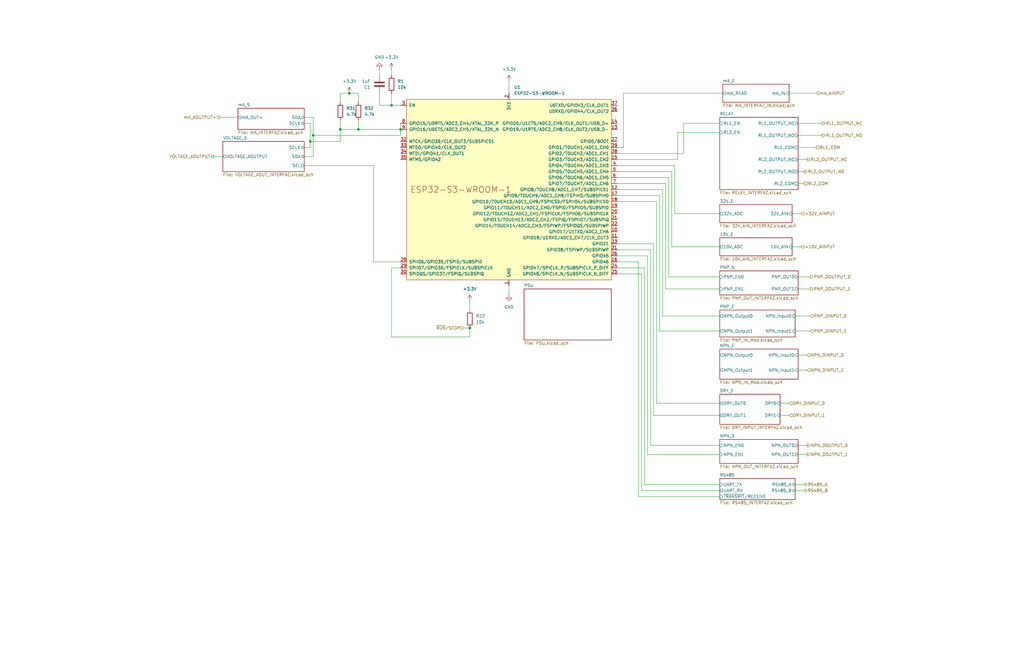
<source format=kicad_sch>
(kicad_sch
	(version 20250114)
	(generator "eeschema")
	(generator_version "9.0")
	(uuid "8e19332e-3534-4a04-99a8-04957ac8928f")
	(paper "USLedger")
	(title_block
		(title "NIVARA")
		(date "2025-06-13")
		(rev "1.0")
		(company "ELECTIVA ITLA")
	)
	(lib_symbols
		(symbol "Device:C"
			(pin_numbers
				(hide yes)
			)
			(pin_names
				(offset 0.254)
			)
			(exclude_from_sim no)
			(in_bom yes)
			(on_board yes)
			(property "Reference" "C"
				(at 0.635 2.54 0)
				(effects
					(font
						(size 1.27 1.27)
					)
					(justify left)
				)
			)
			(property "Value" "C"
				(at 0.635 -2.54 0)
				(effects
					(font
						(size 1.27 1.27)
					)
					(justify left)
				)
			)
			(property "Footprint" ""
				(at 0.9652 -3.81 0)
				(effects
					(font
						(size 1.27 1.27)
					)
					(hide yes)
				)
			)
			(property "Datasheet" "~"
				(at 0 0 0)
				(effects
					(font
						(size 1.27 1.27)
					)
					(hide yes)
				)
			)
			(property "Description" "Unpolarized capacitor"
				(at 0 0 0)
				(effects
					(font
						(size 1.27 1.27)
					)
					(hide yes)
				)
			)
			(property "ki_keywords" "cap capacitor"
				(at 0 0 0)
				(effects
					(font
						(size 1.27 1.27)
					)
					(hide yes)
				)
			)
			(property "ki_fp_filters" "C_*"
				(at 0 0 0)
				(effects
					(font
						(size 1.27 1.27)
					)
					(hide yes)
				)
			)
			(symbol "C_0_1"
				(polyline
					(pts
						(xy -2.032 0.762) (xy 2.032 0.762)
					)
					(stroke
						(width 0.508)
						(type default)
					)
					(fill
						(type none)
					)
				)
				(polyline
					(pts
						(xy -2.032 -0.762) (xy 2.032 -0.762)
					)
					(stroke
						(width 0.508)
						(type default)
					)
					(fill
						(type none)
					)
				)
			)
			(symbol "C_1_1"
				(pin passive line
					(at 0 3.81 270)
					(length 2.794)
					(name "~"
						(effects
							(font
								(size 1.27 1.27)
							)
						)
					)
					(number "1"
						(effects
							(font
								(size 1.27 1.27)
							)
						)
					)
				)
				(pin passive line
					(at 0 -3.81 90)
					(length 2.794)
					(name "~"
						(effects
							(font
								(size 1.27 1.27)
							)
						)
					)
					(number "2"
						(effects
							(font
								(size 1.27 1.27)
							)
						)
					)
				)
			)
			(embedded_fonts no)
		)
		(symbol "Device:R"
			(pin_numbers
				(hide yes)
			)
			(pin_names
				(offset 0)
			)
			(exclude_from_sim no)
			(in_bom yes)
			(on_board yes)
			(property "Reference" "R"
				(at 2.032 0 90)
				(effects
					(font
						(size 1.27 1.27)
					)
				)
			)
			(property "Value" "R"
				(at 0 0 90)
				(effects
					(font
						(size 1.27 1.27)
					)
				)
			)
			(property "Footprint" ""
				(at -1.778 0 90)
				(effects
					(font
						(size 1.27 1.27)
					)
					(hide yes)
				)
			)
			(property "Datasheet" "~"
				(at 0 0 0)
				(effects
					(font
						(size 1.27 1.27)
					)
					(hide yes)
				)
			)
			(property "Description" "Resistor"
				(at 0 0 0)
				(effects
					(font
						(size 1.27 1.27)
					)
					(hide yes)
				)
			)
			(property "ki_keywords" "R res resistor"
				(at 0 0 0)
				(effects
					(font
						(size 1.27 1.27)
					)
					(hide yes)
				)
			)
			(property "ki_fp_filters" "R_*"
				(at 0 0 0)
				(effects
					(font
						(size 1.27 1.27)
					)
					(hide yes)
				)
			)
			(symbol "R_0_1"
				(rectangle
					(start -1.016 -2.54)
					(end 1.016 2.54)
					(stroke
						(width 0.254)
						(type default)
					)
					(fill
						(type none)
					)
				)
			)
			(symbol "R_1_1"
				(pin passive line
					(at 0 3.81 270)
					(length 1.27)
					(name "~"
						(effects
							(font
								(size 1.27 1.27)
							)
						)
					)
					(number "1"
						(effects
							(font
								(size 1.27 1.27)
							)
						)
					)
				)
				(pin passive line
					(at 0 -3.81 90)
					(length 1.27)
					(name "~"
						(effects
							(font
								(size 1.27 1.27)
							)
						)
					)
					(number "2"
						(effects
							(font
								(size 1.27 1.27)
							)
						)
					)
				)
			)
			(embedded_fonts no)
		)
		(symbol "PCM_Espressif:ESP32-S3-WROOM-1"
			(pin_names
				(offset 1.016)
			)
			(exclude_from_sim no)
			(in_bom yes)
			(on_board yes)
			(property "Reference" "U"
				(at -43.18 43.18 0)
				(effects
					(font
						(size 1.27 1.27)
					)
					(justify left)
				)
			)
			(property "Value" "ESP32-S3-WROOM-1"
				(at -43.18 40.64 0)
				(effects
					(font
						(size 1.27 1.27)
					)
					(justify left)
				)
			)
			(property "Footprint" "PCM_Espressif:ESP32-S3-WROOM-1"
				(at 2.54 -48.26 0)
				(effects
					(font
						(size 1.27 1.27)
					)
					(hide yes)
				)
			)
			(property "Datasheet" "https://www.espressif.com/sites/default/files/documentation/esp32-s3-wroom-1_wroom-1u_datasheet_en.pdf"
				(at 2.54 -50.8 0)
				(effects
					(font
						(size 1.27 1.27)
					)
					(hide yes)
				)
			)
			(property "Description" "2.4 GHz WiFi (802.11 b/g/n) and Bluetooth ® 5 (LE) module Built around ESP32S3 series of SoCs, Xtensa ® dualcore 32bit LX7 microprocessor Flash up to 16 MB, PSRAM up to 8 MB 36 GPIOs, rich set of peripherals Onboard PCB antenna"
				(at 0 0 0)
				(effects
					(font
						(size 1.27 1.27)
					)
					(hide yes)
				)
			)
			(symbol "ESP32-S3-WROOM-1_0_0"
				(text "ESP32-S3-WROOM-1"
					(at -20.32 0 0)
					(effects
						(font
							(size 2.54 2.54)
						)
					)
				)
				(pin input line
					(at -45.72 35.56 0)
					(length 2.54)
					(name "EN"
						(effects
							(font
								(size 1.27 1.27)
							)
						)
					)
					(number "3"
						(effects
							(font
								(size 1.27 1.27)
							)
						)
					)
				)
				(pin bidirectional line
					(at -45.72 27.94 0)
					(length 2.54)
					(name "GPIO15/U0RTS/ADC2_CH4/XTAL_32K_P"
						(effects
							(font
								(size 1.27 1.27)
							)
						)
					)
					(number "8"
						(effects
							(font
								(size 1.27 1.27)
							)
						)
					)
				)
				(pin bidirectional line
					(at -45.72 25.4 0)
					(length 2.54)
					(name "GPIO16/U0CTS/ADC2_CH5/XTAL_32K_N"
						(effects
							(font
								(size 1.27 1.27)
							)
						)
					)
					(number "9"
						(effects
							(font
								(size 1.27 1.27)
							)
						)
					)
				)
				(pin bidirectional line
					(at -45.72 20.32 0)
					(length 2.54)
					(name "MTCK/GPIO39/CLK_OUT3/SUBSPICS1"
						(effects
							(font
								(size 1.27 1.27)
							)
						)
					)
					(number "32"
						(effects
							(font
								(size 1.27 1.27)
							)
						)
					)
				)
				(pin bidirectional line
					(at -45.72 17.78 0)
					(length 2.54)
					(name "MTDO/GPIO40/CLK_OUT2"
						(effects
							(font
								(size 1.27 1.27)
							)
						)
					)
					(number "33"
						(effects
							(font
								(size 1.27 1.27)
							)
						)
					)
				)
				(pin bidirectional line
					(at -45.72 15.24 0)
					(length 2.54)
					(name "MTDI/GPIO41/CLK_OUT1"
						(effects
							(font
								(size 1.27 1.27)
							)
						)
					)
					(number "34"
						(effects
							(font
								(size 1.27 1.27)
							)
						)
					)
				)
				(pin bidirectional line
					(at -45.72 12.7 0)
					(length 2.54)
					(name "MTMS/GPIO42"
						(effects
							(font
								(size 1.27 1.27)
							)
						)
					)
					(number "35"
						(effects
							(font
								(size 1.27 1.27)
							)
						)
					)
				)
				(pin bidirectional line
					(at -45.72 -30.48 0)
					(length 2.54)
					(name "SPIIO6/GPIO35/FSPID/SUBSPID"
						(effects
							(font
								(size 1.27 1.27)
							)
						)
					)
					(number "28"
						(effects
							(font
								(size 1.27 1.27)
							)
						)
					)
				)
				(pin bidirectional line
					(at -45.72 -33.02 0)
					(length 2.54)
					(name "SPIIO7/GPIO36/FSPICLK/SUBSPICLK"
						(effects
							(font
								(size 1.27 1.27)
							)
						)
					)
					(number "29"
						(effects
							(font
								(size 1.27 1.27)
							)
						)
					)
				)
				(pin bidirectional line
					(at -45.72 -35.56 0)
					(length 2.54)
					(name "SPIDQS/GPIO37/FSPIQ/SUBSPIQ"
						(effects
							(font
								(size 1.27 1.27)
							)
						)
					)
					(number "30"
						(effects
							(font
								(size 1.27 1.27)
							)
						)
					)
				)
				(pin power_in line
					(at 0 40.64 270)
					(length 2.54)
					(name "3V3"
						(effects
							(font
								(size 1.27 1.27)
							)
						)
					)
					(number "2"
						(effects
							(font
								(size 1.27 1.27)
							)
						)
					)
				)
				(pin power_in line
					(at 0 -40.64 90)
					(length 2.54)
					(name "GND"
						(effects
							(font
								(size 1.27 1.27)
							)
						)
					)
					(number "1"
						(effects
							(font
								(size 1.27 1.27)
							)
						)
					)
				)
				(pin passive line
					(at 0 -40.64 90)
					(length 2.54)
					(hide yes)
					(name "GND"
						(effects
							(font
								(size 1.27 1.27)
							)
						)
					)
					(number "40"
						(effects
							(font
								(size 1.27 1.27)
							)
						)
					)
				)
				(pin passive line
					(at 0 -40.64 90)
					(length 2.54)
					(hide yes)
					(name "GND"
						(effects
							(font
								(size 1.27 1.27)
							)
						)
					)
					(number "41"
						(effects
							(font
								(size 1.27 1.27)
							)
						)
					)
				)
				(pin bidirectional line
					(at 45.72 35.56 180)
					(length 2.54)
					(name "U0TXD/GPIO43/CLK_OUT1"
						(effects
							(font
								(size 1.27 1.27)
							)
						)
					)
					(number "37"
						(effects
							(font
								(size 1.27 1.27)
							)
						)
					)
				)
				(pin bidirectional line
					(at 45.72 33.02 180)
					(length 2.54)
					(name "U0RXD/GPIO44/CLK_OUT2"
						(effects
							(font
								(size 1.27 1.27)
							)
						)
					)
					(number "36"
						(effects
							(font
								(size 1.27 1.27)
							)
						)
					)
				)
				(pin bidirectional line
					(at 45.72 27.94 180)
					(length 2.54)
					(name "GPIO20/U1CTS/ADC2_CH9/CLK_OUT1/USB_D+"
						(effects
							(font
								(size 1.27 1.27)
							)
						)
					)
					(number "14"
						(effects
							(font
								(size 1.27 1.27)
							)
						)
					)
				)
				(pin bidirectional line
					(at 45.72 25.4 180)
					(length 2.54)
					(name "GPIO19/U1RTS/ADC2_CH8/CLK_OUT2/USB_D-"
						(effects
							(font
								(size 1.27 1.27)
							)
						)
					)
					(number "13"
						(effects
							(font
								(size 1.27 1.27)
							)
						)
					)
				)
				(pin bidirectional line
					(at 45.72 20.32 180)
					(length 2.54)
					(name "GPIO0/BOOT"
						(effects
							(font
								(size 1.27 1.27)
							)
						)
					)
					(number "27"
						(effects
							(font
								(size 1.27 1.27)
							)
						)
					)
				)
				(pin bidirectional line
					(at 45.72 17.78 180)
					(length 2.54)
					(name "GPIO1/TOUCH1/ADC1_CH0"
						(effects
							(font
								(size 1.27 1.27)
							)
						)
					)
					(number "39"
						(effects
							(font
								(size 1.27 1.27)
							)
						)
					)
				)
				(pin bidirectional line
					(at 45.72 15.24 180)
					(length 2.54)
					(name "GPIO2/TOUCH2/ADC1_CH1"
						(effects
							(font
								(size 1.27 1.27)
							)
						)
					)
					(number "38"
						(effects
							(font
								(size 1.27 1.27)
							)
						)
					)
				)
				(pin bidirectional line
					(at 45.72 12.7 180)
					(length 2.54)
					(name "GPIO3/TOUCH3/ADC1_CH2"
						(effects
							(font
								(size 1.27 1.27)
							)
						)
					)
					(number "15"
						(effects
							(font
								(size 1.27 1.27)
							)
						)
					)
				)
				(pin bidirectional line
					(at 45.72 10.16 180)
					(length 2.54)
					(name "GPIO4/TOUCH4/ADC1_CH3"
						(effects
							(font
								(size 1.27 1.27)
							)
						)
					)
					(number "4"
						(effects
							(font
								(size 1.27 1.27)
							)
						)
					)
				)
				(pin bidirectional line
					(at 45.72 7.62 180)
					(length 2.54)
					(name "GPIO5/TOUCH5/ADC1_CH4"
						(effects
							(font
								(size 1.27 1.27)
							)
						)
					)
					(number "5"
						(effects
							(font
								(size 1.27 1.27)
							)
						)
					)
				)
				(pin bidirectional line
					(at 45.72 5.08 180)
					(length 2.54)
					(name "GPIO6/TOUCH6/ADC1_CH5"
						(effects
							(font
								(size 1.27 1.27)
							)
						)
					)
					(number "6"
						(effects
							(font
								(size 1.27 1.27)
							)
						)
					)
				)
				(pin bidirectional line
					(at 45.72 2.54 180)
					(length 2.54)
					(name "GPIO7/TOUCH7/ADC1_CH6"
						(effects
							(font
								(size 1.27 1.27)
							)
						)
					)
					(number "7"
						(effects
							(font
								(size 1.27 1.27)
							)
						)
					)
				)
				(pin bidirectional line
					(at 45.72 0 180)
					(length 2.54)
					(name "GPIO8/TOUCH8/ADC1_CH7/SUBSPICS1"
						(effects
							(font
								(size 1.27 1.27)
							)
						)
					)
					(number "12"
						(effects
							(font
								(size 1.27 1.27)
							)
						)
					)
				)
				(pin bidirectional line
					(at 45.72 -2.54 180)
					(length 2.54)
					(name "GPIO9/TOUCH9/ADC1_CH8/FSPIHD/SUBSPIHD"
						(effects
							(font
								(size 1.27 1.27)
							)
						)
					)
					(number "17"
						(effects
							(font
								(size 1.27 1.27)
							)
						)
					)
				)
				(pin bidirectional line
					(at 45.72 -5.08 180)
					(length 2.54)
					(name "GPIO10/TOUCH10/ADC1_CH9/FSPICS0/FSPIIO4/SUBSPICS0"
						(effects
							(font
								(size 1.27 1.27)
							)
						)
					)
					(number "18"
						(effects
							(font
								(size 1.27 1.27)
							)
						)
					)
				)
				(pin bidirectional line
					(at 45.72 -7.62 180)
					(length 2.54)
					(name "GPIO11/TOUCH11/ADC2_CH0/FSPID/FSPIIO5/SUBSPID"
						(effects
							(font
								(size 1.27 1.27)
							)
						)
					)
					(number "19"
						(effects
							(font
								(size 1.27 1.27)
							)
						)
					)
				)
				(pin bidirectional line
					(at 45.72 -10.16 180)
					(length 2.54)
					(name "GPIO12/TOUCH12/ADC2_CH1/FSPICLK/FSPIIO6/SUBSPICLK"
						(effects
							(font
								(size 1.27 1.27)
							)
						)
					)
					(number "20"
						(effects
							(font
								(size 1.27 1.27)
							)
						)
					)
				)
				(pin bidirectional line
					(at 45.72 -12.7 180)
					(length 2.54)
					(name "GPIO13/TOUCH13/ADC2_CH2/FSPIQ/FSPIIO7/SUBSPIQ"
						(effects
							(font
								(size 1.27 1.27)
							)
						)
					)
					(number "21"
						(effects
							(font
								(size 1.27 1.27)
							)
						)
					)
				)
				(pin bidirectional line
					(at 45.72 -15.24 180)
					(length 2.54)
					(name "GPIO14/TOUCH14/ADC2_CH3/FSPIWP/FSPIDQS/SUBSPIWP"
						(effects
							(font
								(size 1.27 1.27)
							)
						)
					)
					(number "22"
						(effects
							(font
								(size 1.27 1.27)
							)
						)
					)
				)
				(pin bidirectional line
					(at 45.72 -17.78 180)
					(length 2.54)
					(name "GPIO17/U1TXD/ADC2_CH6"
						(effects
							(font
								(size 1.27 1.27)
							)
						)
					)
					(number "10"
						(effects
							(font
								(size 1.27 1.27)
							)
						)
					)
				)
				(pin bidirectional line
					(at 45.72 -20.32 180)
					(length 2.54)
					(name "GPIO18/U1RXD/ADC2_CH7/CLK_OUT3"
						(effects
							(font
								(size 1.27 1.27)
							)
						)
					)
					(number "11"
						(effects
							(font
								(size 1.27 1.27)
							)
						)
					)
				)
				(pin bidirectional line
					(at 45.72 -22.86 180)
					(length 2.54)
					(name "GPIO21"
						(effects
							(font
								(size 1.27 1.27)
							)
						)
					)
					(number "23"
						(effects
							(font
								(size 1.27 1.27)
							)
						)
					)
				)
				(pin bidirectional line
					(at 45.72 -25.4 180)
					(length 2.54)
					(name "GPIO38/FSPIWP/SUBSPIWP"
						(effects
							(font
								(size 1.27 1.27)
							)
						)
					)
					(number "31"
						(effects
							(font
								(size 1.27 1.27)
							)
						)
					)
				)
				(pin bidirectional line
					(at 45.72 -27.94 180)
					(length 2.54)
					(name "GPIO45"
						(effects
							(font
								(size 1.27 1.27)
							)
						)
					)
					(number "26"
						(effects
							(font
								(size 1.27 1.27)
							)
						)
					)
				)
				(pin bidirectional line
					(at 45.72 -30.48 180)
					(length 2.54)
					(name "GPIO46"
						(effects
							(font
								(size 1.27 1.27)
							)
						)
					)
					(number "16"
						(effects
							(font
								(size 1.27 1.27)
							)
						)
					)
				)
				(pin bidirectional line
					(at 45.72 -33.02 180)
					(length 2.54)
					(name "GPIO47/SPICLK_P/SUBSPICLK_P_DIFF"
						(effects
							(font
								(size 1.27 1.27)
							)
						)
					)
					(number "24"
						(effects
							(font
								(size 1.27 1.27)
							)
						)
					)
				)
				(pin bidirectional line
					(at 45.72 -35.56 180)
					(length 2.54)
					(name "GPIO48/SPICLK_N/SUBSPICLK_N_DIFF"
						(effects
							(font
								(size 1.27 1.27)
							)
						)
					)
					(number "25"
						(effects
							(font
								(size 1.27 1.27)
							)
						)
					)
				)
			)
			(symbol "ESP32-S3-WROOM-1_0_1"
				(rectangle
					(start -43.18 38.1)
					(end 43.18 -38.1)
					(stroke
						(width 0)
						(type default)
					)
					(fill
						(type background)
					)
				)
			)
			(embedded_fonts no)
		)
		(symbol "power:+3.3V"
			(power)
			(pin_numbers
				(hide yes)
			)
			(pin_names
				(offset 0)
				(hide yes)
			)
			(exclude_from_sim no)
			(in_bom yes)
			(on_board yes)
			(property "Reference" "#PWR"
				(at 0 -3.81 0)
				(effects
					(font
						(size 1.27 1.27)
					)
					(hide yes)
				)
			)
			(property "Value" "+3.3V"
				(at 0 3.556 0)
				(effects
					(font
						(size 1.27 1.27)
					)
				)
			)
			(property "Footprint" ""
				(at 0 0 0)
				(effects
					(font
						(size 1.27 1.27)
					)
					(hide yes)
				)
			)
			(property "Datasheet" ""
				(at 0 0 0)
				(effects
					(font
						(size 1.27 1.27)
					)
					(hide yes)
				)
			)
			(property "Description" "Power symbol creates a global label with name \"+3.3V\""
				(at 0 0 0)
				(effects
					(font
						(size 1.27 1.27)
					)
					(hide yes)
				)
			)
			(property "ki_keywords" "global power"
				(at 0 0 0)
				(effects
					(font
						(size 1.27 1.27)
					)
					(hide yes)
				)
			)
			(symbol "+3.3V_0_1"
				(polyline
					(pts
						(xy -0.762 1.27) (xy 0 2.54)
					)
					(stroke
						(width 0)
						(type default)
					)
					(fill
						(type none)
					)
				)
				(polyline
					(pts
						(xy 0 2.54) (xy 0.762 1.27)
					)
					(stroke
						(width 0)
						(type default)
					)
					(fill
						(type none)
					)
				)
				(polyline
					(pts
						(xy 0 0) (xy 0 2.54)
					)
					(stroke
						(width 0)
						(type default)
					)
					(fill
						(type none)
					)
				)
			)
			(symbol "+3.3V_1_1"
				(pin power_in line
					(at 0 0 90)
					(length 0)
					(name "~"
						(effects
							(font
								(size 1.27 1.27)
							)
						)
					)
					(number "1"
						(effects
							(font
								(size 1.27 1.27)
							)
						)
					)
				)
			)
			(embedded_fonts no)
		)
		(symbol "power:GND"
			(power)
			(pin_numbers
				(hide yes)
			)
			(pin_names
				(offset 0)
				(hide yes)
			)
			(exclude_from_sim no)
			(in_bom yes)
			(on_board yes)
			(property "Reference" "#PWR"
				(at 0 -6.35 0)
				(effects
					(font
						(size 1.27 1.27)
					)
					(hide yes)
				)
			)
			(property "Value" "GND"
				(at 0 -3.81 0)
				(effects
					(font
						(size 1.27 1.27)
					)
				)
			)
			(property "Footprint" ""
				(at 0 0 0)
				(effects
					(font
						(size 1.27 1.27)
					)
					(hide yes)
				)
			)
			(property "Datasheet" ""
				(at 0 0 0)
				(effects
					(font
						(size 1.27 1.27)
					)
					(hide yes)
				)
			)
			(property "Description" "Power symbol creates a global label with name \"GND\" , ground"
				(at 0 0 0)
				(effects
					(font
						(size 1.27 1.27)
					)
					(hide yes)
				)
			)
			(property "ki_keywords" "global power"
				(at 0 0 0)
				(effects
					(font
						(size 1.27 1.27)
					)
					(hide yes)
				)
			)
			(symbol "GND_0_1"
				(polyline
					(pts
						(xy 0 0) (xy 0 -1.27) (xy 1.27 -1.27) (xy 0 -2.54) (xy -1.27 -1.27) (xy 0 -1.27)
					)
					(stroke
						(width 0)
						(type default)
					)
					(fill
						(type none)
					)
				)
			)
			(symbol "GND_1_1"
				(pin power_in line
					(at 0 0 270)
					(length 0)
					(name "~"
						(effects
							(font
								(size 1.27 1.27)
							)
						)
					)
					(number "1"
						(effects
							(font
								(size 1.27 1.27)
							)
						)
					)
				)
			)
			(embedded_fonts no)
		)
	)
	(junction
		(at 165.1 44.45)
		(diameter 0)
		(color 0 0 0 0)
		(uuid "3b4d74ac-3adf-430d-909a-7b3d71d240ea")
	)
	(junction
		(at 147.32 39.37)
		(diameter 0)
		(color 0 0 0 0)
		(uuid "4426013d-71c4-49af-8e29-5ed2bbb2d89c")
	)
	(junction
		(at 151.13 54.61)
		(diameter 0)
		(color 0 0 0 0)
		(uuid "575486fd-f743-471f-9f81-5d4c4b74ba25")
	)
	(junction
		(at 143.51 54.61)
		(diameter 0)
		(color 0 0 0 0)
		(uuid "5b707f27-8892-4978-bf61-76f0e9f561fa")
	)
	(junction
		(at 130.81 59.69)
		(diameter 0)
		(color 0 0 0 0)
		(uuid "bf5148f9-5d73-4e36-bb5d-9802f372aa2c")
	)
	(junction
		(at 198.12 138.43)
		(diameter 0)
		(color 0 0 0 0)
		(uuid "c18ba6a3-87f6-4ca4-b401-525c0d51187f")
	)
	(junction
		(at 168.91 54.61)
		(diameter 0)
		(color 0 0 0 0)
		(uuid "ca514f79-f6c1-49c5-8a83-2ce46ef4392a")
	)
	(junction
		(at 132.08 57.15)
		(diameter 0)
		(color 0 0 0 0)
		(uuid "d7ea345b-22d7-4248-99fa-c7a8aeb6de22")
	)
	(wire
		(pts
			(xy 262.89 39.37) (xy 304.8 39.37)
		)
		(stroke
			(width 0)
			(type default)
		)
		(uuid "00e50114-d2a3-444d-a37e-2c63289d8a84")
	)
	(wire
		(pts
			(xy 271.78 113.03) (xy 271.78 204.47)
		)
		(stroke
			(width 0)
			(type default)
		)
		(uuid "014fbf49-e220-4a79-8673-c4e475a94565")
	)
	(wire
		(pts
			(xy 278.13 82.55) (xy 260.35 82.55)
		)
		(stroke
			(width 0)
			(type default)
		)
		(uuid "05db77dd-4ff3-4859-b8d9-cbb423435381")
	)
	(wire
		(pts
			(xy 336.55 121.92) (xy 341.63 121.92)
		)
		(stroke
			(width 0)
			(type default)
		)
		(uuid "06c7d62d-252e-48ac-9d22-cca99e8960df")
	)
	(wire
		(pts
			(xy 303.53 121.92) (xy 280.67 121.92)
		)
		(stroke
			(width 0)
			(type default)
		)
		(uuid "06f99185-dc76-4dca-a6e2-6311a285d69c")
	)
	(wire
		(pts
			(xy 165.1 113.03) (xy 168.91 113.03)
		)
		(stroke
			(width 0)
			(type default)
		)
		(uuid "0c870cc5-6bcd-4b63-b1a9-21b6797b719e")
	)
	(wire
		(pts
			(xy 143.51 54.61) (xy 151.13 54.61)
		)
		(stroke
			(width 0)
			(type default)
		)
		(uuid "1117b05e-3f6e-4945-ac86-c00ca6c990c3")
	)
	(wire
		(pts
			(xy 130.81 59.69) (xy 143.51 59.69)
		)
		(stroke
			(width 0)
			(type default)
		)
		(uuid "1205ca85-545b-4b03-b2a1-4a5595abb097")
	)
	(wire
		(pts
			(xy 214.63 34.29) (xy 214.63 39.37)
		)
		(stroke
			(width 0)
			(type default)
		)
		(uuid "12227c82-3f42-45f0-a6ab-667555eeca47")
	)
	(wire
		(pts
			(xy 160.02 39.37) (xy 160.02 44.45)
		)
		(stroke
			(width 0)
			(type default)
		)
		(uuid "1a5d9b47-3d81-4327-b3dc-fabb2b21b22b")
	)
	(wire
		(pts
			(xy 279.4 133.35) (xy 279.4 80.01)
		)
		(stroke
			(width 0)
			(type default)
		)
		(uuid "1c797443-98b3-4061-a644-5ab470fef391")
	)
	(wire
		(pts
			(xy 303.53 52.07) (xy 288.29 52.07)
		)
		(stroke
			(width 0)
			(type default)
		)
		(uuid "1f2427e4-5241-499a-9b12-f3fd889f684f")
	)
	(wire
		(pts
			(xy 260.35 77.47) (xy 280.67 77.47)
		)
		(stroke
			(width 0)
			(type default)
		)
		(uuid "227b6b71-2915-4a54-bc20-8ecde0327fbd")
	)
	(wire
		(pts
			(xy 340.36 149.86) (xy 336.55 149.86)
		)
		(stroke
			(width 0)
			(type default)
		)
		(uuid "23ca4f43-aebd-4782-b85e-70938c27e1ef")
	)
	(wire
		(pts
			(xy 128.27 66.04) (xy 132.08 66.04)
		)
		(stroke
			(width 0)
			(type default)
		)
		(uuid "2613b469-5090-4913-b0f6-46826a3ab7a8")
	)
	(wire
		(pts
			(xy 165.1 142.24) (xy 198.12 142.24)
		)
		(stroke
			(width 0)
			(type default)
		)
		(uuid "2e77f26f-b256-4fe3-930f-8b60f45faad7")
	)
	(wire
		(pts
			(xy 303.53 55.88) (xy 285.75 55.88)
		)
		(stroke
			(width 0)
			(type default)
		)
		(uuid "32486f72-8c27-49ae-a018-e7fdb3534bab")
	)
	(wire
		(pts
			(xy 198.12 127) (xy 198.12 130.81)
		)
		(stroke
			(width 0)
			(type default)
		)
		(uuid "38eef0e7-60d0-4916-932a-36d86bd77529")
	)
	(wire
		(pts
			(xy 303.53 175.26) (xy 275.59 175.26)
		)
		(stroke
			(width 0)
			(type default)
		)
		(uuid "38f0e120-3539-4ab9-a5f9-4b9426da39e2")
	)
	(wire
		(pts
			(xy 165.1 39.37) (xy 165.1 44.45)
		)
		(stroke
			(width 0)
			(type default)
		)
		(uuid "40dc6b8d-8b53-4b7e-9087-43712192aeee")
	)
	(wire
		(pts
			(xy 260.35 113.03) (xy 271.78 113.03)
		)
		(stroke
			(width 0)
			(type default)
		)
		(uuid "42b0230e-8f14-4abb-8ef9-7f99cad3f215")
	)
	(wire
		(pts
			(xy 151.13 50.8) (xy 151.13 54.61)
		)
		(stroke
			(width 0)
			(type default)
		)
		(uuid "44c05374-ef04-4d19-841c-1264e1f55b6b")
	)
	(wire
		(pts
			(xy 260.35 102.87) (xy 275.59 102.87)
		)
		(stroke
			(width 0)
			(type default)
		)
		(uuid "4561db55-ff13-48c9-8979-80dfbacace6f")
	)
	(wire
		(pts
			(xy 303.53 170.18) (xy 276.86 170.18)
		)
		(stroke
			(width 0)
			(type default)
		)
		(uuid "45d34bbb-946f-4ad5-a657-c7a95c42ce51")
	)
	(wire
		(pts
			(xy 276.86 85.09) (xy 260.35 85.09)
		)
		(stroke
			(width 0)
			(type default)
		)
		(uuid "48054a89-7c9d-46ab-88f8-f987f7a2cb27")
	)
	(wire
		(pts
			(xy 271.78 204.47) (xy 303.53 204.47)
		)
		(stroke
			(width 0)
			(type default)
		)
		(uuid "49967f53-728f-466d-aa10-148463b10f7b")
	)
	(wire
		(pts
			(xy 336.55 191.77) (xy 340.36 191.77)
		)
		(stroke
			(width 0)
			(type default)
		)
		(uuid "4a187da7-bd5f-45e7-a021-ec9867f17abf")
	)
	(wire
		(pts
			(xy 168.91 44.45) (xy 165.1 44.45)
		)
		(stroke
			(width 0)
			(type default)
		)
		(uuid "4f39c3f0-8c25-4b30-9844-84fd909ba40b")
	)
	(wire
		(pts
			(xy 288.29 52.07) (xy 288.29 64.77)
		)
		(stroke
			(width 0)
			(type default)
		)
		(uuid "539ae98e-873a-449c-a587-7faa9aff54c9")
	)
	(wire
		(pts
			(xy 270.51 207.01) (xy 270.51 115.57)
		)
		(stroke
			(width 0)
			(type default)
		)
		(uuid "53fd8a01-67b3-48ba-bca9-12d198c89897")
	)
	(wire
		(pts
			(xy 130.81 59.69) (xy 130.81 52.07)
		)
		(stroke
			(width 0)
			(type default)
		)
		(uuid "5665d0ac-8c38-415b-a930-abf2ad40daf6")
	)
	(wire
		(pts
			(xy 336.55 72.39) (xy 339.09 72.39)
		)
		(stroke
			(width 0)
			(type default)
		)
		(uuid "578b79e6-3dc6-4d6d-9ea9-a2eb4e514fc7")
	)
	(wire
		(pts
			(xy 165.1 29.21) (xy 165.1 31.75)
		)
		(stroke
			(width 0)
			(type default)
		)
		(uuid "5931c44d-5058-4b82-8940-f1128fc1fbad")
	)
	(wire
		(pts
			(xy 279.4 80.01) (xy 260.35 80.01)
		)
		(stroke
			(width 0)
			(type default)
		)
		(uuid "5dc1d980-f84d-4d71-8aed-295bec9767b3")
	)
	(wire
		(pts
			(xy 128.27 69.85) (xy 157.48 69.85)
		)
		(stroke
			(width 0)
			(type default)
		)
		(uuid "5f60825c-6bdc-48ca-a8b7-2a6b562774ef")
	)
	(wire
		(pts
			(xy 303.53 207.01) (xy 270.51 207.01)
		)
		(stroke
			(width 0)
			(type default)
		)
		(uuid "6b2e1ee2-08e2-42eb-87b7-3837dd69e117")
	)
	(wire
		(pts
			(xy 335.28 204.47) (xy 339.09 204.47)
		)
		(stroke
			(width 0)
			(type default)
		)
		(uuid "6e25e2a5-ce92-42f8-ad6d-92c8ba0cd350")
	)
	(wire
		(pts
			(xy 128.27 62.23) (xy 130.81 62.23)
		)
		(stroke
			(width 0)
			(type default)
		)
		(uuid "6e52b6d2-ba28-453a-9739-54ec2af3778c")
	)
	(wire
		(pts
			(xy 336.55 62.23) (xy 344.17 62.23)
		)
		(stroke
			(width 0)
			(type default)
		)
		(uuid "70c31691-79b9-4990-a047-0c2914747263")
	)
	(wire
		(pts
			(xy 341.63 133.35) (xy 335.28 133.35)
		)
		(stroke
			(width 0)
			(type default)
		)
		(uuid "71547863-af6e-4727-88ff-37c3f7bcfe6a")
	)
	(wire
		(pts
			(xy 281.94 116.84) (xy 303.53 116.84)
		)
		(stroke
			(width 0)
			(type default)
		)
		(uuid "73476f98-4c74-47bd-8625-34b1d46e011f")
	)
	(wire
		(pts
			(xy 336.55 116.84) (xy 341.63 116.84)
		)
		(stroke
			(width 0)
			(type default)
		)
		(uuid "771f68c2-fc3d-4d1d-9f1d-2c09317985ae")
	)
	(wire
		(pts
			(xy 285.75 55.88) (xy 285.75 67.31)
		)
		(stroke
			(width 0)
			(type default)
		)
		(uuid "7a2a9f2c-95da-4555-803a-2e9d4bcb7be0")
	)
	(wire
		(pts
			(xy 160.02 44.45) (xy 165.1 44.45)
		)
		(stroke
			(width 0)
			(type default)
		)
		(uuid "80e6adc9-e189-4da1-a224-22c9397f9ec5")
	)
	(wire
		(pts
			(xy 273.05 107.95) (xy 273.05 191.77)
		)
		(stroke
			(width 0)
			(type default)
		)
		(uuid "83e2ebec-f508-42d5-9066-69ee2fc7abb4")
	)
	(wire
		(pts
			(xy 284.48 90.17) (xy 303.53 90.17)
		)
		(stroke
			(width 0)
			(type default)
		)
		(uuid "87328468-6c32-4076-aa7e-b6fc205dc6e9")
	)
	(wire
		(pts
			(xy 260.35 105.41) (xy 274.32 105.41)
		)
		(stroke
			(width 0)
			(type default)
		)
		(uuid "878e65ce-b7c3-44d3-8666-2847816e5507")
	)
	(wire
		(pts
			(xy 157.48 110.49) (xy 168.91 110.49)
		)
		(stroke
			(width 0)
			(type default)
		)
		(uuid "8b670f9a-4d75-4c91-9807-176281f7abdb")
	)
	(wire
		(pts
			(xy 93.98 66.04) (xy 90.17 66.04)
		)
		(stroke
			(width 0)
			(type default)
		)
		(uuid "8e6ec22a-fbd3-4497-a0d8-72cee98b201b")
	)
	(wire
		(pts
			(xy 303.53 104.14) (xy 283.21 104.14)
		)
		(stroke
			(width 0)
			(type default)
		)
		(uuid "91e523da-34b4-41a7-a740-289f1b9ceadb")
	)
	(wire
		(pts
			(xy 143.51 50.8) (xy 143.51 54.61)
		)
		(stroke
			(width 0)
			(type default)
		)
		(uuid "95e0a821-9a73-4a36-9081-e1b367340679")
	)
	(wire
		(pts
			(xy 262.89 62.23) (xy 262.89 39.37)
		)
		(stroke
			(width 0)
			(type default)
		)
		(uuid "98f351ff-c163-4f96-85f6-ccc81d15882d")
	)
	(wire
		(pts
			(xy 275.59 175.26) (xy 275.59 102.87)
		)
		(stroke
			(width 0)
			(type default)
		)
		(uuid "994aaf2d-420b-4b97-bcee-a2c77833f339")
	)
	(wire
		(pts
			(xy 143.51 39.37) (xy 147.32 39.37)
		)
		(stroke
			(width 0)
			(type default)
		)
		(uuid "9d3eac78-229f-49ca-a7b8-ab1b94cf54aa")
	)
	(wire
		(pts
			(xy 168.91 57.15) (xy 168.91 54.61)
		)
		(stroke
			(width 0)
			(type default)
		)
		(uuid "9e024938-a77d-49df-b130-59fde534ca75")
	)
	(wire
		(pts
			(xy 281.94 74.93) (xy 281.94 116.84)
		)
		(stroke
			(width 0)
			(type default)
		)
		(uuid "9e21f4c9-5d4e-404f-9c26-1b900b1a0363")
	)
	(wire
		(pts
			(xy 340.36 156.21) (xy 336.55 156.21)
		)
		(stroke
			(width 0)
			(type default)
		)
		(uuid "9f2eb540-64f8-443f-aafd-b3961bff588e")
	)
	(wire
		(pts
			(xy 276.86 170.18) (xy 276.86 85.09)
		)
		(stroke
			(width 0)
			(type default)
		)
		(uuid "9fce5fa8-03f7-4e8b-9437-46434fb41297")
	)
	(wire
		(pts
			(xy 332.74 175.26) (xy 328.93 175.26)
		)
		(stroke
			(width 0)
			(type default)
		)
		(uuid "a035a692-f26f-46ce-b379-ae866d4627b2")
	)
	(wire
		(pts
			(xy 151.13 43.18) (xy 151.13 39.37)
		)
		(stroke
			(width 0)
			(type default)
		)
		(uuid "a04c7c27-d3fd-4fa1-a23e-25124affe494")
	)
	(wire
		(pts
			(xy 285.75 67.31) (xy 260.35 67.31)
		)
		(stroke
			(width 0)
			(type default)
		)
		(uuid "a04f713c-67fa-4058-8270-99fa5a1968a6")
	)
	(wire
		(pts
			(xy 100.33 49.53) (xy 92.71 49.53)
		)
		(stroke
			(width 0)
			(type default)
		)
		(uuid "a0b0dafc-7d77-4983-9504-ac349e825bc7")
	)
	(wire
		(pts
			(xy 284.48 69.85) (xy 284.48 90.17)
		)
		(stroke
			(width 0)
			(type default)
		)
		(uuid "a8077c1b-ed28-4188-9251-775cf1c204ad")
	)
	(wire
		(pts
			(xy 214.63 120.65) (xy 214.63 124.46)
		)
		(stroke
			(width 0)
			(type default)
		)
		(uuid "a9dd1fde-ee4c-4661-b9c9-70f013f8e0d7")
	)
	(wire
		(pts
			(xy 336.55 52.07) (xy 346.71 52.07)
		)
		(stroke
			(width 0)
			(type default)
		)
		(uuid "abbedefc-820b-4dae-a998-a37f294182d5")
	)
	(wire
		(pts
			(xy 260.35 107.95) (xy 273.05 107.95)
		)
		(stroke
			(width 0)
			(type default)
		)
		(uuid "b2970ee9-bd39-4b2c-bb87-f7bf3ebd29ca")
	)
	(wire
		(pts
			(xy 168.91 54.61) (xy 168.91 52.07)
		)
		(stroke
			(width 0)
			(type default)
		)
		(uuid "b4e14156-2372-4b27-8b6a-4ea84d8cfd26")
	)
	(wire
		(pts
			(xy 195.58 138.43) (xy 198.12 138.43)
		)
		(stroke
			(width 0)
			(type default)
		)
		(uuid "b550e99a-4c71-4eac-83d5-9ac916a8a5e3")
	)
	(wire
		(pts
			(xy 335.28 207.01) (xy 339.09 207.01)
		)
		(stroke
			(width 0)
			(type default)
		)
		(uuid "b683b7ca-83ea-4ce4-8ef3-a416b04adba4")
	)
	(wire
		(pts
			(xy 288.29 64.77) (xy 260.35 64.77)
		)
		(stroke
			(width 0)
			(type default)
		)
		(uuid "b7025e92-aba1-4d54-925c-644ff2b6b0c7")
	)
	(wire
		(pts
			(xy 336.55 77.47) (xy 339.09 77.47)
		)
		(stroke
			(width 0)
			(type default)
		)
		(uuid "b786457d-e86d-4eb9-aa5e-5c831bb9f59b")
	)
	(wire
		(pts
			(xy 278.13 139.7) (xy 278.13 82.55)
		)
		(stroke
			(width 0)
			(type default)
		)
		(uuid "ba59cb29-2da2-4cc3-9322-49347386c016")
	)
	(wire
		(pts
			(xy 260.35 69.85) (xy 284.48 69.85)
		)
		(stroke
			(width 0)
			(type default)
		)
		(uuid "ba666fd0-0c5c-49b5-bdf8-b6e53036b968")
	)
	(wire
		(pts
			(xy 198.12 142.24) (xy 198.12 138.43)
		)
		(stroke
			(width 0)
			(type default)
		)
		(uuid "bc0aceb1-5600-4d1f-a7ed-ec971b7fab83")
	)
	(wire
		(pts
			(xy 128.27 52.07) (xy 130.81 52.07)
		)
		(stroke
			(width 0)
			(type default)
		)
		(uuid "bc853a9f-4665-4e95-8017-a9eec11a63f9")
	)
	(wire
		(pts
			(xy 260.35 115.57) (xy 270.51 115.57)
		)
		(stroke
			(width 0)
			(type default)
		)
		(uuid "bc99c251-197b-4f80-a665-15b522c681a4")
	)
	(wire
		(pts
			(xy 341.63 139.7) (xy 335.28 139.7)
		)
		(stroke
			(width 0)
			(type default)
		)
		(uuid "c0fd4a0b-d133-4c2c-a572-8c22657578c7")
	)
	(wire
		(pts
			(xy 132.08 57.15) (xy 168.91 57.15)
		)
		(stroke
			(width 0)
			(type default)
		)
		(uuid "c14933c9-3471-410f-97ef-8690bc6b2a32")
	)
	(wire
		(pts
			(xy 283.21 104.14) (xy 283.21 72.39)
		)
		(stroke
			(width 0)
			(type default)
		)
		(uuid "c195c812-fe2e-4395-923a-b29cf0e3e51e")
	)
	(wire
		(pts
			(xy 143.51 59.69) (xy 143.51 54.61)
		)
		(stroke
			(width 0)
			(type default)
		)
		(uuid "c4b0f1ec-cec7-4e8e-b8be-ddb81a41be0d")
	)
	(wire
		(pts
			(xy 337.82 90.17) (xy 334.01 90.17)
		)
		(stroke
			(width 0)
			(type default)
		)
		(uuid "c786c03a-3618-4c5e-b6a3-ff5660f42089")
	)
	(wire
		(pts
			(xy 128.27 49.53) (xy 132.08 49.53)
		)
		(stroke
			(width 0)
			(type default)
		)
		(uuid "c7c969fa-294d-4083-8a44-1f340cc7e856")
	)
	(wire
		(pts
			(xy 274.32 187.96) (xy 274.32 105.41)
		)
		(stroke
			(width 0)
			(type default)
		)
		(uuid "c89425ac-ab1a-4cbc-8cde-a680a7049408")
	)
	(wire
		(pts
			(xy 283.21 72.39) (xy 260.35 72.39)
		)
		(stroke
			(width 0)
			(type default)
		)
		(uuid "c9b833ab-1a03-4cd1-a755-b77d84acf92c")
	)
	(wire
		(pts
			(xy 151.13 54.61) (xy 168.91 54.61)
		)
		(stroke
			(width 0)
			(type default)
		)
		(uuid "c9f00c59-6845-4c0c-94db-754aa6ae4fb5")
	)
	(wire
		(pts
			(xy 130.81 62.23) (xy 130.81 59.69)
		)
		(stroke
			(width 0)
			(type default)
		)
		(uuid "ce91ace4-ca25-4edf-ac43-63aa088b1fc9")
	)
	(wire
		(pts
			(xy 160.02 29.21) (xy 160.02 31.75)
		)
		(stroke
			(width 0)
			(type default)
		)
		(uuid "cecd5a05-36cc-4b25-bf2e-a86efdb81d76")
	)
	(wire
		(pts
			(xy 303.53 187.96) (xy 274.32 187.96)
		)
		(stroke
			(width 0)
			(type default)
		)
		(uuid "cf5a2dda-c914-4b4d-afb7-10f593dfd4db")
	)
	(wire
		(pts
			(xy 336.55 57.15) (xy 346.71 57.15)
		)
		(stroke
			(width 0)
			(type default)
		)
		(uuid "d0d60113-31f5-44ce-a072-a9e6ebf641ae")
	)
	(wire
		(pts
			(xy 269.24 110.49) (xy 260.35 110.49)
		)
		(stroke
			(width 0)
			(type default)
		)
		(uuid "d2a7269c-b8eb-4da6-be4f-dcf387f60979")
	)
	(wire
		(pts
			(xy 337.82 104.14) (xy 334.01 104.14)
		)
		(stroke
			(width 0)
			(type default)
		)
		(uuid "d806c012-0bff-48c7-b8a0-a9eb125bc716")
	)
	(wire
		(pts
			(xy 332.74 170.18) (xy 328.93 170.18)
		)
		(stroke
			(width 0)
			(type default)
		)
		(uuid "dcbea709-6389-46dc-9777-f38cd5d94e8d")
	)
	(wire
		(pts
			(xy 165.1 142.24) (xy 165.1 113.03)
		)
		(stroke
			(width 0)
			(type default)
		)
		(uuid "ddd9e587-6791-4a27-b1a5-188a16ee2093")
	)
	(wire
		(pts
			(xy 336.55 187.96) (xy 340.36 187.96)
		)
		(stroke
			(width 0)
			(type default)
		)
		(uuid "e000a26c-7bc3-446c-a8b4-f3a9863cf1f3")
	)
	(wire
		(pts
			(xy 147.32 39.37) (xy 151.13 39.37)
		)
		(stroke
			(width 0)
			(type default)
		)
		(uuid "e0c8c504-74a1-4e5c-9ccc-3793aa773424")
	)
	(wire
		(pts
			(xy 260.35 62.23) (xy 262.89 62.23)
		)
		(stroke
			(width 0)
			(type default)
		)
		(uuid "e1072e05-31cd-4a5f-95b5-3ae45e3fe820")
	)
	(wire
		(pts
			(xy 273.05 191.77) (xy 303.53 191.77)
		)
		(stroke
			(width 0)
			(type default)
		)
		(uuid "e4aefe97-1b57-4fdf-9001-8a71c6ad4abb")
	)
	(wire
		(pts
			(xy 132.08 57.15) (xy 132.08 49.53)
		)
		(stroke
			(width 0)
			(type default)
		)
		(uuid "e5beb65b-7642-497c-8e57-a3694d128255")
	)
	(wire
		(pts
			(xy 260.35 74.93) (xy 281.94 74.93)
		)
		(stroke
			(width 0)
			(type default)
		)
		(uuid "e655cf1c-ead9-4f1a-82b8-41cf2da259f0")
	)
	(wire
		(pts
			(xy 132.08 66.04) (xy 132.08 57.15)
		)
		(stroke
			(width 0)
			(type default)
		)
		(uuid "e70c20e6-9d2c-4df8-b328-1340901d3aad")
	)
	(wire
		(pts
			(xy 303.53 133.35) (xy 279.4 133.35)
		)
		(stroke
			(width 0)
			(type default)
		)
		(uuid "e7674e66-f9d8-48a7-a330-c187e0fcd965")
	)
	(wire
		(pts
			(xy 143.51 43.18) (xy 143.51 39.37)
		)
		(stroke
			(width 0)
			(type default)
		)
		(uuid "ebcfaa27-b204-4936-9b08-102c6c2c04c1")
	)
	(wire
		(pts
			(xy 332.74 39.37) (xy 344.17 39.37)
		)
		(stroke
			(width 0)
			(type default)
		)
		(uuid "f458d669-fe0f-49ae-98bd-b867b57adaee")
	)
	(wire
		(pts
			(xy 269.24 209.55) (xy 269.24 110.49)
		)
		(stroke
			(width 0)
			(type default)
		)
		(uuid "f87786ba-d381-4ca7-926d-8b23afaaf1fd")
	)
	(wire
		(pts
			(xy 157.48 69.85) (xy 157.48 110.49)
		)
		(stroke
			(width 0)
			(type default)
		)
		(uuid "f88eb72f-b93a-43a6-bdfc-dacc3215acaf")
	)
	(wire
		(pts
			(xy 303.53 139.7) (xy 278.13 139.7)
		)
		(stroke
			(width 0)
			(type default)
		)
		(uuid "fe4b1578-5756-442e-a443-c538dc88ec09")
	)
	(wire
		(pts
			(xy 336.55 67.31) (xy 340.36 67.31)
		)
		(stroke
			(width 0)
			(type default)
		)
		(uuid "fece8424-e2c5-49ef-b2d7-6284746289fc")
	)
	(wire
		(pts
			(xy 303.53 209.55) (xy 269.24 209.55)
		)
		(stroke
			(width 0)
			(type default)
		)
		(uuid "ff6be5d4-ddf2-401c-9a8b-43e96256f11c")
	)
	(wire
		(pts
			(xy 280.67 121.92) (xy 280.67 77.47)
		)
		(stroke
			(width 0)
			(type default)
		)
		(uuid "ff6ebd51-6883-4890-992e-20e6f5de63c8")
	)
	(hierarchical_label "DRY_DINPUT_1"
		(shape input)
		(at 332.74 175.26 0)
		(effects
			(font
				(size 1.27 1.27)
			)
			(justify left)
		)
		(uuid "0f248aba-781a-4988-b646-1d9f6f220862")
	)
	(hierarchical_label "PNP_DOUTPUT_1"
		(shape output)
		(at 341.63 121.92 0)
		(effects
			(font
				(size 1.27 1.27)
			)
			(justify left)
		)
		(uuid "1dfbeae8-b3f5-4497-9daa-d12f07ed6c09")
	)
	(hierarchical_label "+10V_AINPUT"
		(shape input)
		(at 337.82 104.14 0)
		(effects
			(font
				(size 1.27 1.27)
			)
			(justify left)
		)
		(uuid "29cd5888-614c-41ba-b2ed-e5012ce7ea59")
	)
	(hierarchical_label "~{RUN}{slash}STOP"
		(shape input)
		(at 195.58 138.43 180)
		(effects
			(font
				(size 1.27 1.27)
			)
			(justify right)
		)
		(uuid "31cb572c-4679-4436-957d-58af825d4994")
	)
	(hierarchical_label "NPN_DINPUT_0"
		(shape input)
		(at 340.36 149.86 0)
		(effects
			(font
				(size 1.27 1.27)
			)
			(justify left)
		)
		(uuid "3419200b-a4d3-431e-a48a-aa5ffcef5c74")
	)
	(hierarchical_label "PNP_DOUTPUT_0"
		(shape output)
		(at 341.63 116.84 0)
		(effects
			(font
				(size 1.27 1.27)
			)
			(justify left)
		)
		(uuid "387b56bf-0020-424f-b4ff-37a3d835631b")
	)
	(hierarchical_label "RL1_OUTPUT_NC"
		(shape output)
		(at 346.71 52.07 0)
		(effects
			(font
				(size 1.27 1.27)
			)
			(justify left)
		)
		(uuid "4b897786-1d3f-436e-a006-0dd44b92c840")
	)
	(hierarchical_label "PNP_DINPUT_0"
		(shape input)
		(at 341.63 133.35 0)
		(effects
			(font
				(size 1.27 1.27)
			)
			(justify left)
		)
		(uuid "531e7e47-a972-49fb-b4b3-d79da00027c9")
	)
	(hierarchical_label "RS485_A"
		(shape bidirectional)
		(at 339.09 204.47 0)
		(effects
			(font
				(size 1.27 1.27)
			)
			(justify left)
		)
		(uuid "5924398b-156b-4e74-ae5d-b44477c39645")
	)
	(hierarchical_label "RL1_OUTPUT_NO"
		(shape output)
		(at 346.71 57.15 0)
		(effects
			(font
				(size 1.27 1.27)
			)
			(justify left)
		)
		(uuid "5b07ac10-f264-46f4-9534-17d1a071cc60")
	)
	(hierarchical_label "DRY_DINPUT_0"
		(shape input)
		(at 332.74 170.18 0)
		(effects
			(font
				(size 1.27 1.27)
			)
			(justify left)
		)
		(uuid "5e3e893b-2073-454f-b96f-f2d0829c8474")
	)
	(hierarchical_label "PNP_DINPUT_1"
		(shape input)
		(at 341.63 139.7 0)
		(effects
			(font
				(size 1.27 1.27)
			)
			(justify left)
		)
		(uuid "63c4a827-7f1f-4102-9f58-cb20064e25ca")
	)
	(hierarchical_label "RL2_COM"
		(shape passive)
		(at 339.09 77.47 0)
		(effects
			(font
				(size 1.27 1.27)
			)
			(justify left)
		)
		(uuid "6a8e361c-181b-48f8-9157-71e7b6cc4aa3")
	)
	(hierarchical_label "VOLTAGE_AOUTPUT"
		(shape output)
		(at 90.17 66.04 180)
		(effects
			(font
				(size 1.27 1.27)
			)
			(justify right)
		)
		(uuid "8ddadf07-d879-4d8a-9528-76114e4610c2")
	)
	(hierarchical_label "RL1_COM"
		(shape passive)
		(at 344.17 62.23 0)
		(effects
			(font
				(size 1.27 1.27)
			)
			(justify left)
		)
		(uuid "9b4ca336-445e-4758-b391-2bd0c19bdd83")
	)
	(hierarchical_label "RS485_B"
		(shape bidirectional)
		(at 339.09 207.01 0)
		(effects
			(font
				(size 1.27 1.27)
			)
			(justify left)
		)
		(uuid "a965501a-8d5e-43df-83af-29e3e57846d8")
	)
	(hierarchical_label "NPN_DINPUT_1"
		(shape input)
		(at 340.36 156.21 0)
		(effects
			(font
				(size 1.27 1.27)
			)
			(justify left)
		)
		(uuid "ad2c8d68-23e6-477b-b82a-8fd1f0261e57")
	)
	(hierarchical_label "NPN_DOUTPUT_0"
		(shape output)
		(at 340.36 187.96 0)
		(effects
			(font
				(size 1.27 1.27)
			)
			(justify left)
		)
		(uuid "aeee5e0b-27a0-499c-87dd-a91f766e0bc8")
	)
	(hierarchical_label "RL2_OUTPUT_NO"
		(shape output)
		(at 339.09 72.39 0)
		(effects
			(font
				(size 1.27 1.27)
			)
			(justify left)
		)
		(uuid "bb1dbfbb-d95e-400e-9b42-e7b675323eb8")
	)
	(hierarchical_label "mA_AINPUT"
		(shape input)
		(at 344.17 39.37 0)
		(effects
			(font
				(size 1.27 1.27)
			)
			(justify left)
		)
		(uuid "cb459113-3ec9-416b-a231-0b519529f0c6")
	)
	(hierarchical_label "NPN_DOUTPUT_1"
		(shape output)
		(at 340.36 191.77 0)
		(effects
			(font
				(size 1.27 1.27)
			)
			(justify left)
		)
		(uuid "ccdcd7fa-e621-4894-ab3f-3c20889bcab8")
	)
	(hierarchical_label "RL2_OUTPUT_NC"
		(shape output)
		(at 340.36 67.31 0)
		(effects
			(font
				(size 1.27 1.27)
			)
			(justify left)
		)
		(uuid "d5d6d7e1-385e-4a85-a5e4-be235f5d58b7")
	)
	(hierarchical_label "+32V_AINPUT"
		(shape input)
		(at 337.82 90.17 0)
		(effects
			(font
				(size 1.27 1.27)
			)
			(justify left)
		)
		(uuid "f481a56f-9ff5-465b-a57e-da4cd101a4f1")
	)
	(hierarchical_label "mA_AOUTPUT+"
		(shape output)
		(at 92.71 49.53 180)
		(effects
			(font
				(size 1.27 1.27)
			)
			(justify right)
		)
		(uuid "f8691926-2955-4ba4-9bd7-117f135f3bc0")
	)
	(symbol
		(lib_id "power:+3.3V")
		(at 198.12 127 0)
		(unit 1)
		(exclude_from_sim no)
		(in_bom yes)
		(on_board yes)
		(dnp no)
		(fields_autoplaced yes)
		(uuid "1ebc69ef-9528-4556-ae22-5b2f2ba301a6")
		(property "Reference" "#PWR047"
			(at 198.12 130.81 0)
			(effects
				(font
					(size 1.27 1.27)
				)
				(hide yes)
			)
		)
		(property "Value" "+3.3V"
			(at 198.12 121.92 0)
			(effects
				(font
					(size 1.27 1.27)
				)
			)
		)
		(property "Footprint" ""
			(at 198.12 127 0)
			(effects
				(font
					(size 1.27 1.27)
				)
				(hide yes)
			)
		)
		(property "Datasheet" ""
			(at 198.12 127 0)
			(effects
				(font
					(size 1.27 1.27)
				)
				(hide yes)
			)
		)
		(property "Description" "Power symbol creates a global label with name \"+3.3V\""
			(at 198.12 127 0)
			(effects
				(font
					(size 1.27 1.27)
				)
				(hide yes)
			)
		)
		(pin "1"
			(uuid "a31faa31-b089-4220-85ae-73d9bf655882")
		)
		(instances
			(project "NIVARA"
				(path "/8290cc18-06d0-4e02-a781-29a61ebc321a/9e4d7a0c-a5eb-4e88-9036-0c35e68b279a"
					(reference "#PWR047")
					(unit 1)
				)
			)
		)
	)
	(symbol
		(lib_id "power:GND")
		(at 160.02 29.21 180)
		(unit 1)
		(exclude_from_sim no)
		(in_bom yes)
		(on_board yes)
		(dnp no)
		(fields_autoplaced yes)
		(uuid "2e916813-5cbd-47ca-b46a-886e33ff44d3")
		(property "Reference" "#PWR11"
			(at 160.02 22.86 0)
			(effects
				(font
					(size 1.27 1.27)
				)
				(hide yes)
			)
		)
		(property "Value" "GND"
			(at 160.02 24.13 0)
			(effects
				(font
					(size 1.27 1.27)
				)
			)
		)
		(property "Footprint" ""
			(at 160.02 29.21 0)
			(effects
				(font
					(size 1.27 1.27)
				)
				(hide yes)
			)
		)
		(property "Datasheet" ""
			(at 160.02 29.21 0)
			(effects
				(font
					(size 1.27 1.27)
				)
				(hide yes)
			)
		)
		(property "Description" "Power symbol creates a global label with name \"GND\" , ground"
			(at 160.02 29.21 0)
			(effects
				(font
					(size 1.27 1.27)
				)
				(hide yes)
			)
		)
		(pin "1"
			(uuid "9d3361ec-72f7-4b1a-a039-a986ea420f09")
		)
		(instances
			(project "NIVARA"
				(path "/8290cc18-06d0-4e02-a781-29a61ebc321a/9e4d7a0c-a5eb-4e88-9036-0c35e68b279a"
					(reference "#PWR11")
					(unit 1)
				)
			)
		)
	)
	(symbol
		(lib_id "Device:R")
		(at 151.13 46.99 0)
		(unit 1)
		(exclude_from_sim no)
		(in_bom yes)
		(on_board yes)
		(dnp no)
		(fields_autoplaced yes)
		(uuid "310584c7-daa4-474f-8914-06a8dd64a32a")
		(property "Reference" "R32"
			(at 153.67 45.7199 0)
			(effects
				(font
					(size 1.27 1.27)
				)
				(justify left)
			)
		)
		(property "Value" "4.7k"
			(at 153.67 48.2599 0)
			(effects
				(font
					(size 1.27 1.27)
				)
				(justify left)
			)
		)
		(property "Footprint" ""
			(at 149.352 46.99 90)
			(effects
				(font
					(size 1.27 1.27)
				)
				(hide yes)
			)
		)
		(property "Datasheet" "~"
			(at 151.13 46.99 0)
			(effects
				(font
					(size 1.27 1.27)
				)
				(hide yes)
			)
		)
		(property "Description" "Resistor"
			(at 151.13 46.99 0)
			(effects
				(font
					(size 1.27 1.27)
				)
				(hide yes)
			)
		)
		(pin "2"
			(uuid "ad233c1d-444f-468f-9dd2-dc23ba813ab5")
		)
		(pin "1"
			(uuid "f8dae1ef-f89d-449a-a484-a22f4adb75f5")
		)
		(instances
			(project "NIVARA"
				(path "/8290cc18-06d0-4e02-a781-29a61ebc321a/9e4d7a0c-a5eb-4e88-9036-0c35e68b279a"
					(reference "R32")
					(unit 1)
				)
			)
		)
	)
	(symbol
		(lib_id "Device:R")
		(at 165.1 35.56 0)
		(unit 1)
		(exclude_from_sim no)
		(in_bom yes)
		(on_board yes)
		(dnp no)
		(fields_autoplaced yes)
		(uuid "3311a18e-d149-4071-87ac-7cb27a323ab2")
		(property "Reference" "R1"
			(at 167.64 34.2899 0)
			(effects
				(font
					(size 1.27 1.27)
				)
				(justify left)
			)
		)
		(property "Value" "10k"
			(at 167.64 36.8299 0)
			(effects
				(font
					(size 1.27 1.27)
				)
				(justify left)
			)
		)
		(property "Footprint" ""
			(at 163.322 35.56 90)
			(effects
				(font
					(size 1.27 1.27)
				)
				(hide yes)
			)
		)
		(property "Datasheet" "~"
			(at 165.1 35.56 0)
			(effects
				(font
					(size 1.27 1.27)
				)
				(hide yes)
			)
		)
		(property "Description" "Resistor"
			(at 165.1 35.56 0)
			(effects
				(font
					(size 1.27 1.27)
				)
				(hide yes)
			)
		)
		(pin "2"
			(uuid "0a82854d-c518-4023-87b8-e498d85d8552")
		)
		(pin "1"
			(uuid "a116b652-ab7e-4e6b-a69f-08a165b2d68c")
		)
		(instances
			(project ""
				(path "/8290cc18-06d0-4e02-a781-29a61ebc321a/9e4d7a0c-a5eb-4e88-9036-0c35e68b279a"
					(reference "R1")
					(unit 1)
				)
			)
		)
	)
	(symbol
		(lib_id "power:GND")
		(at 214.63 124.46 0)
		(unit 1)
		(exclude_from_sim no)
		(in_bom yes)
		(on_board yes)
		(dnp no)
		(fields_autoplaced yes)
		(uuid "3fff2f3a-c8ac-4e2a-830f-8619968b8f9a")
		(property "Reference" "#PWR9"
			(at 214.63 130.81 0)
			(effects
				(font
					(size 1.27 1.27)
				)
				(hide yes)
			)
		)
		(property "Value" "GND"
			(at 214.63 129.54 0)
			(effects
				(font
					(size 1.27 1.27)
				)
			)
		)
		(property "Footprint" ""
			(at 214.63 124.46 0)
			(effects
				(font
					(size 1.27 1.27)
				)
				(hide yes)
			)
		)
		(property "Datasheet" ""
			(at 214.63 124.46 0)
			(effects
				(font
					(size 1.27 1.27)
				)
				(hide yes)
			)
		)
		(property "Description" "Power symbol creates a global label with name \"GND\" , ground"
			(at 214.63 124.46 0)
			(effects
				(font
					(size 1.27 1.27)
				)
				(hide yes)
			)
		)
		(pin "1"
			(uuid "5566462a-8af7-4c57-bef8-4e9ca017f145")
		)
		(instances
			(project ""
				(path "/8290cc18-06d0-4e02-a781-29a61ebc321a/9e4d7a0c-a5eb-4e88-9036-0c35e68b279a"
					(reference "#PWR9")
					(unit 1)
				)
			)
		)
	)
	(symbol
		(lib_id "Device:C")
		(at 160.02 35.56 0)
		(mirror x)
		(unit 1)
		(exclude_from_sim no)
		(in_bom yes)
		(on_board yes)
		(dnp no)
		(uuid "48c0ba12-5f8f-4835-84fc-a314bc3896cc")
		(property "Reference" "C1"
			(at 156.21 36.8301 0)
			(effects
				(font
					(size 1.27 1.27)
				)
				(justify right)
			)
		)
		(property "Value" "1uF"
			(at 156.21 34.2901 0)
			(effects
				(font
					(size 1.27 1.27)
				)
				(justify right)
			)
		)
		(property "Footprint" ""
			(at 160.9852 31.75 0)
			(effects
				(font
					(size 1.27 1.27)
				)
				(hide yes)
			)
		)
		(property "Datasheet" "~"
			(at 160.02 35.56 0)
			(effects
				(font
					(size 1.27 1.27)
				)
				(hide yes)
			)
		)
		(property "Description" "Unpolarized capacitor"
			(at 160.02 35.56 0)
			(effects
				(font
					(size 1.27 1.27)
				)
				(hide yes)
			)
		)
		(pin "1"
			(uuid "087f832e-ccb8-4b58-a1af-232b72fe6ad7")
		)
		(pin "2"
			(uuid "305bfb86-aabe-41a6-9072-c06bc42b5443")
		)
		(instances
			(project ""
				(path "/8290cc18-06d0-4e02-a781-29a61ebc321a/9e4d7a0c-a5eb-4e88-9036-0c35e68b279a"
					(reference "C1")
					(unit 1)
				)
			)
		)
	)
	(symbol
		(lib_id "Device:R")
		(at 143.51 46.99 0)
		(unit 1)
		(exclude_from_sim no)
		(in_bom yes)
		(on_board yes)
		(dnp no)
		(fields_autoplaced yes)
		(uuid "6731b3ab-561b-46bc-8420-cc785c6839f5")
		(property "Reference" "R31"
			(at 146.05 45.7199 0)
			(effects
				(font
					(size 1.27 1.27)
				)
				(justify left)
			)
		)
		(property "Value" "4.7k"
			(at 146.05 48.2599 0)
			(effects
				(font
					(size 1.27 1.27)
				)
				(justify left)
			)
		)
		(property "Footprint" ""
			(at 141.732 46.99 90)
			(effects
				(font
					(size 1.27 1.27)
				)
				(hide yes)
			)
		)
		(property "Datasheet" "~"
			(at 143.51 46.99 0)
			(effects
				(font
					(size 1.27 1.27)
				)
				(hide yes)
			)
		)
		(property "Description" "Resistor"
			(at 143.51 46.99 0)
			(effects
				(font
					(size 1.27 1.27)
				)
				(hide yes)
			)
		)
		(pin "2"
			(uuid "a0271ed1-a533-49c6-b15d-e0a1e3c40e09")
		)
		(pin "1"
			(uuid "c3764efd-6338-4d42-9923-a205e7c94e31")
		)
		(instances
			(project "NIVARA"
				(path "/8290cc18-06d0-4e02-a781-29a61ebc321a/9e4d7a0c-a5eb-4e88-9036-0c35e68b279a"
					(reference "R31")
					(unit 1)
				)
			)
		)
	)
	(symbol
		(lib_id "power:+3.3V")
		(at 214.63 34.29 0)
		(unit 1)
		(exclude_from_sim no)
		(in_bom yes)
		(on_board yes)
		(dnp no)
		(fields_autoplaced yes)
		(uuid "732a2aa4-2e45-47bd-ae0a-07f4e334d480")
		(property "Reference" "#PWR8"
			(at 214.63 38.1 0)
			(effects
				(font
					(size 1.27 1.27)
				)
				(hide yes)
			)
		)
		(property "Value" "+3.3V"
			(at 214.63 29.21 0)
			(effects
				(font
					(size 1.27 1.27)
				)
			)
		)
		(property "Footprint" ""
			(at 214.63 34.29 0)
			(effects
				(font
					(size 1.27 1.27)
				)
				(hide yes)
			)
		)
		(property "Datasheet" ""
			(at 214.63 34.29 0)
			(effects
				(font
					(size 1.27 1.27)
				)
				(hide yes)
			)
		)
		(property "Description" "Power symbol creates a global label with name \"+3.3V\""
			(at 214.63 34.29 0)
			(effects
				(font
					(size 1.27 1.27)
				)
				(hide yes)
			)
		)
		(pin "1"
			(uuid "951e1990-236c-47ae-a001-12a733a8f5ac")
		)
		(instances
			(project ""
				(path "/8290cc18-06d0-4e02-a781-29a61ebc321a/9e4d7a0c-a5eb-4e88-9036-0c35e68b279a"
					(reference "#PWR8")
					(unit 1)
				)
			)
		)
	)
	(symbol
		(lib_id "PCM_Espressif:ESP32-S3-WROOM-1")
		(at 214.63 80.01 0)
		(unit 1)
		(exclude_from_sim no)
		(in_bom yes)
		(on_board yes)
		(dnp no)
		(fields_autoplaced yes)
		(uuid "c15b68e9-83cc-46bb-8855-df6cf34a237f")
		(property "Reference" "U1"
			(at 216.7733 36.83 0)
			(effects
				(font
					(size 1.27 1.27)
				)
				(justify left)
			)
		)
		(property "Value" "ESP32-S3-WROOM-1"
			(at 216.7733 39.37 0)
			(effects
				(font
					(size 1.27 1.27)
				)
				(justify left)
			)
		)
		(property "Footprint" "PCM_Espressif:ESP32-S3-WROOM-1"
			(at 217.17 128.27 0)
			(effects
				(font
					(size 1.27 1.27)
				)
				(hide yes)
			)
		)
		(property "Datasheet" "https://www.espressif.com/sites/default/files/documentation/esp32-s3-wroom-1_wroom-1u_datasheet_en.pdf"
			(at 217.17 130.81 0)
			(effects
				(font
					(size 1.27 1.27)
				)
				(hide yes)
			)
		)
		(property "Description" "2.4 GHz WiFi (802.11 b/g/n) and Bluetooth ® 5 (LE) module Built around ESP32S3 series of SoCs, Xtensa ® dualcore 32bit LX7 microprocessor Flash up to 16 MB, PSRAM up to 8 MB 36 GPIOs, rich set of peripherals Onboard PCB antenna"
			(at 214.63 80.01 0)
			(effects
				(font
					(size 1.27 1.27)
				)
				(hide yes)
			)
		)
		(pin "4"
			(uuid "04961ecf-6f26-4c0a-b3e4-b48cca7ef653")
		)
		(pin "8"
			(uuid "b439879d-0e6a-4f88-bfe0-bcc1ebbbc4ed")
		)
		(pin "33"
			(uuid "3d753f3e-a685-43cd-9648-91e9a930d899")
		)
		(pin "34"
			(uuid "e2e2889b-18fa-4458-a8f3-5208c7d7d266")
		)
		(pin "29"
			(uuid "a45ad188-c69a-4463-938b-ca1e88a273db")
		)
		(pin "1"
			(uuid "194e5e5d-df60-45fd-84d3-8618e2ed7cbe")
		)
		(pin "41"
			(uuid "e8eebcde-57c2-44a7-a481-6b23f21a7a4d")
		)
		(pin "32"
			(uuid "0ef9e423-1e0e-413c-beae-5a8a93906827")
		)
		(pin "30"
			(uuid "07438f9f-0a39-46d4-ad91-e1978f83a0ab")
		)
		(pin "36"
			(uuid "1d3fe74f-bf7a-4d7b-92bc-8c244c2ff6ae")
		)
		(pin "28"
			(uuid "d0ac87d1-1118-4768-9df3-dcacdfacf2ed")
		)
		(pin "9"
			(uuid "d63e3fdb-8098-4ee8-a694-10367b47dc61")
		)
		(pin "14"
			(uuid "27c13412-6fe8-474f-a717-0d507d8a1bda")
		)
		(pin "13"
			(uuid "3508a7d7-6c6e-4a92-85b7-c81b231fc242")
		)
		(pin "39"
			(uuid "67bf6e1b-a823-429d-86c2-802e0d042d54")
		)
		(pin "15"
			(uuid "e3e393e5-4a7d-4553-a227-c0ec00136e41")
		)
		(pin "35"
			(uuid "3fff9238-cd80-40d0-84fb-cbc2eb79db5c")
		)
		(pin "27"
			(uuid "289f1502-b5ac-4f35-b4ef-b3e86c7788c4")
		)
		(pin "40"
			(uuid "fce29ed6-c3ef-4318-b6f7-b37bf68eaf5e")
		)
		(pin "37"
			(uuid "58fd0b12-5602-456f-8dec-0d34230108a1")
		)
		(pin "38"
			(uuid "24d4c56a-961e-4af1-9fa4-f98c91a19f14")
		)
		(pin "3"
			(uuid "75048058-74a9-4c83-a8f1-202ea3d3ddd2")
		)
		(pin "2"
			(uuid "bd73f56e-7f10-450b-ae74-94f6811dd728")
		)
		(pin "5"
			(uuid "fab75733-4985-4030-a5c4-e4cfad3576fb")
		)
		(pin "6"
			(uuid "158a3abf-1a24-49b3-b52f-611ffcfa1cad")
		)
		(pin "20"
			(uuid "a7914165-9ffc-4007-883a-262a7982782c")
		)
		(pin "23"
			(uuid "76673add-f31c-45e6-ad5d-af566cfcc7b6")
		)
		(pin "16"
			(uuid "2bba5a1e-5638-421d-8a16-74de6fb90599")
		)
		(pin "22"
			(uuid "93bb748c-1bff-49a7-a0e2-6e1bd522a753")
		)
		(pin "12"
			(uuid "8bcd3053-5d17-4bb4-b32a-abd486bb9237")
		)
		(pin "18"
			(uuid "ff91eff3-7f0f-4d23-8334-7e08eddb75f4")
		)
		(pin "21"
			(uuid "78106f85-bdc0-47dc-9f71-e669a195056f")
		)
		(pin "24"
			(uuid "65e5f054-7b6b-4aa0-8bef-6bd3839a8068")
		)
		(pin "26"
			(uuid "2716825c-a135-458c-ac12-3baca5acc630")
		)
		(pin "19"
			(uuid "f1550589-b6b2-463c-a0a8-f7ea4cf41ddf")
		)
		(pin "7"
			(uuid "0f17d7c2-6332-4220-8dd4-ac246f9dee4a")
		)
		(pin "10"
			(uuid "aaecf6c7-aac9-44d3-bc4a-d0be8920709a")
		)
		(pin "11"
			(uuid "89c58183-1858-4f56-9c8f-9aaccaa76c37")
		)
		(pin "17"
			(uuid "e7b1d94d-6df5-4a8d-8fe2-1269113721f9")
		)
		(pin "31"
			(uuid "90e15bd5-3a13-40fa-877f-0fda5b48e415")
		)
		(pin "25"
			(uuid "b473d147-3579-4a3c-b9d2-7a2cd5e30e97")
		)
		(instances
			(project ""
				(path "/8290cc18-06d0-4e02-a781-29a61ebc321a/9e4d7a0c-a5eb-4e88-9036-0c35e68b279a"
					(reference "U1")
					(unit 1)
				)
			)
		)
	)
	(symbol
		(lib_id "Device:R")
		(at 198.12 134.62 0)
		(unit 1)
		(exclude_from_sim no)
		(in_bom yes)
		(on_board yes)
		(dnp no)
		(fields_autoplaced yes)
		(uuid "c48b8d8f-29fc-4c37-8a3c-ddae9d15b2fb")
		(property "Reference" "R22"
			(at 200.66 133.3499 0)
			(effects
				(font
					(size 1.27 1.27)
				)
				(justify left)
			)
		)
		(property "Value" "10k"
			(at 200.66 135.8899 0)
			(effects
				(font
					(size 1.27 1.27)
				)
				(justify left)
			)
		)
		(property "Footprint" ""
			(at 196.342 134.62 90)
			(effects
				(font
					(size 1.27 1.27)
				)
				(hide yes)
			)
		)
		(property "Datasheet" "~"
			(at 198.12 134.62 0)
			(effects
				(font
					(size 1.27 1.27)
				)
				(hide yes)
			)
		)
		(property "Description" "Resistor"
			(at 198.12 134.62 0)
			(effects
				(font
					(size 1.27 1.27)
				)
				(hide yes)
			)
		)
		(pin "2"
			(uuid "f0984c40-a477-4c03-9465-7bc8ce668f16")
		)
		(pin "1"
			(uuid "ec5431c1-855a-4151-9a98-b3f9bd615b14")
		)
		(instances
			(project "NIVARA"
				(path "/8290cc18-06d0-4e02-a781-29a61ebc321a/9e4d7a0c-a5eb-4e88-9036-0c35e68b279a"
					(reference "R22")
					(unit 1)
				)
			)
		)
	)
	(symbol
		(lib_id "power:+3.3V")
		(at 147.32 39.37 0)
		(unit 1)
		(exclude_from_sim no)
		(in_bom yes)
		(on_board yes)
		(dnp no)
		(fields_autoplaced yes)
		(uuid "c84d1f6f-c71d-4d95-a295-96de165a04da")
		(property "Reference" "#PWR064"
			(at 147.32 43.18 0)
			(effects
				(font
					(size 1.27 1.27)
				)
				(hide yes)
			)
		)
		(property "Value" "+3.3V"
			(at 147.32 34.29 0)
			(effects
				(font
					(size 1.27 1.27)
				)
			)
		)
		(property "Footprint" ""
			(at 147.32 39.37 0)
			(effects
				(font
					(size 1.27 1.27)
				)
				(hide yes)
			)
		)
		(property "Datasheet" ""
			(at 147.32 39.37 0)
			(effects
				(font
					(size 1.27 1.27)
				)
				(hide yes)
			)
		)
		(property "Description" "Power symbol creates a global label with name \"+3.3V\""
			(at 147.32 39.37 0)
			(effects
				(font
					(size 1.27 1.27)
				)
				(hide yes)
			)
		)
		(pin "1"
			(uuid "0fcf359c-8d3e-4d07-944d-444c92ee8066")
		)
		(instances
			(project "NIVARA"
				(path "/8290cc18-06d0-4e02-a781-29a61ebc321a/9e4d7a0c-a5eb-4e88-9036-0c35e68b279a"
					(reference "#PWR064")
					(unit 1)
				)
			)
		)
	)
	(symbol
		(lib_id "power:+3.3V")
		(at 165.1 29.21 0)
		(unit 1)
		(exclude_from_sim no)
		(in_bom yes)
		(on_board yes)
		(dnp no)
		(fields_autoplaced yes)
		(uuid "d7814c09-9f65-4fbb-98bf-dc2e92da8622")
		(property "Reference" "#PWR10"
			(at 165.1 33.02 0)
			(effects
				(font
					(size 1.27 1.27)
				)
				(hide yes)
			)
		)
		(property "Value" "+3.3V"
			(at 165.1 24.13 0)
			(effects
				(font
					(size 1.27 1.27)
				)
			)
		)
		(property "Footprint" ""
			(at 165.1 29.21 0)
			(effects
				(font
					(size 1.27 1.27)
				)
				(hide yes)
			)
		)
		(property "Datasheet" ""
			(at 165.1 29.21 0)
			(effects
				(font
					(size 1.27 1.27)
				)
				(hide yes)
			)
		)
		(property "Description" "Power symbol creates a global label with name \"+3.3V\""
			(at 165.1 29.21 0)
			(effects
				(font
					(size 1.27 1.27)
				)
				(hide yes)
			)
		)
		(pin "1"
			(uuid "e8d356a2-f995-4527-aa90-7783fc48755b")
		)
		(instances
			(project "NIVARA"
				(path "/8290cc18-06d0-4e02-a781-29a61ebc321a/9e4d7a0c-a5eb-4e88-9036-0c35e68b279a"
					(reference "#PWR10")
					(unit 1)
				)
			)
		)
	)
	(sheet
		(at 93.98 59.69)
		(size 34.29 12.7)
		(exclude_from_sim no)
		(in_bom yes)
		(on_board yes)
		(dnp no)
		(fields_autoplaced yes)
		(stroke
			(width 0.1524)
			(type solid)
		)
		(fill
			(color 0 0 0 0.0000)
		)
		(uuid "11a8222e-f360-40de-9c02-857da7131a56")
		(property "Sheetname" "VOLTAGE_S"
			(at 93.98 58.9784 0)
			(effects
				(font
					(size 1.27 1.27)
				)
				(justify left bottom)
			)
		)
		(property "Sheetfile" "VOLTAGE_AOUT_INTERFAZ.kicad_sch"
			(at 93.98 72.9746 0)
			(effects
				(font
					(size 1.27 1.27)
				)
				(justify left top)
			)
		)
		(pin "SCLK" bidirectional
			(at 128.27 62.23 0)
			(uuid "f11ebd23-dc49-4c57-9c25-5efbd0f10cd0")
			(effects
				(font
					(size 1.27 1.27)
				)
				(justify right)
			)
		)
		(pin "SDA" bidirectional
			(at 128.27 66.04 0)
			(uuid "ae4a9275-ad52-42d6-937a-7fb90434eb50")
			(effects
				(font
					(size 1.27 1.27)
				)
				(justify right)
			)
		)
		(pin "SEL" output
			(at 128.27 69.85 0)
			(uuid "aea3200a-05c6-450a-a679-10c618a52e1d")
			(effects
				(font
					(size 1.27 1.27)
				)
				(justify right)
			)
		)
		(pin "VOLTAGE_AOUTPUT" output
			(at 93.98 66.04 180)
			(uuid "df9c800a-be37-4811-b3ec-cd40303f668a")
			(effects
				(font
					(size 1.27 1.27)
				)
				(justify left)
			)
		)
		(instances
			(project "Nivara"
				(path "/8290cc18-06d0-4e02-a781-29a61ebc321a/9e4d7a0c-a5eb-4e88-9036-0c35e68b279a"
					(page "14")
				)
			)
		)
	)
	(sheet
		(at 303.53 130.81)
		(size 31.75 11.43)
		(exclude_from_sim no)
		(in_bom yes)
		(on_board yes)
		(dnp no)
		(fields_autoplaced yes)
		(stroke
			(width 0.1524)
			(type solid)
		)
		(fill
			(color 0 0 0 0.0000)
		)
		(uuid "194f65ea-cb11-429e-a2d9-3caff410d6b0")
		(property "Sheetname" "PNP_E"
			(at 303.53 130.0984 0)
			(effects
				(font
					(size 1.27 1.27)
				)
				(justify left bottom)
			)
		)
		(property "Sheetfile" "PNP_IN_Mod.kicad_sch"
			(at 303.53 142.8246 0)
			(effects
				(font
					(size 1.27 1.27)
				)
				(justify left top)
			)
		)
		(pin "NPN_Input0" input
			(at 335.28 133.35 0)
			(uuid "dc9947e4-b5b3-427c-9635-b6bfffacad96")
			(effects
				(font
					(size 1.27 1.27)
				)
				(justify right)
			)
		)
		(pin "NPN_Input1" input
			(at 335.28 139.7 0)
			(uuid "855b0c81-54eb-436e-8578-656f0d5e36e0")
			(effects
				(font
					(size 1.27 1.27)
				)
				(justify right)
			)
		)
		(pin "NPN_Output0" output
			(at 303.53 133.35 180)
			(uuid "9517f372-d14f-4f00-86ef-5ca0dd8af61c")
			(effects
				(font
					(size 1.27 1.27)
				)
				(justify left)
			)
		)
		(pin "NPN_Output1" output
			(at 303.53 139.7 180)
			(uuid "eea925fd-a7f9-439f-b0c1-be2dbe282880")
			(effects
				(font
					(size 1.27 1.27)
				)
				(justify left)
			)
		)
		(instances
			(project "Nivara"
				(path "/8290cc18-06d0-4e02-a781-29a61ebc321a/9e4d7a0c-a5eb-4e88-9036-0c35e68b279a"
					(page "6")
				)
			)
		)
	)
	(sheet
		(at 303.53 166.37)
		(size 25.4 12.7)
		(exclude_from_sim no)
		(in_bom yes)
		(on_board yes)
		(dnp no)
		(fields_autoplaced yes)
		(stroke
			(width 0.1524)
			(type solid)
		)
		(fill
			(color 0 0 0 0.0000)
		)
		(uuid "2ac137b5-1347-46a5-b780-a606790c1a93")
		(property "Sheetname" "DRY_E"
			(at 303.53 165.6584 0)
			(effects
				(font
					(size 1.27 1.27)
				)
				(justify left bottom)
			)
		)
		(property "Sheetfile" "DRY_INPUT_INTERFAZ.kicad_sch"
			(at 303.53 179.6546 0)
			(effects
				(font
					(size 1.27 1.27)
				)
				(justify left top)
			)
		)
		(pin "DRY0" input
			(at 328.93 170.18 0)
			(uuid "aaa2e8a6-d123-4112-b116-ff19a36ef70f")
			(effects
				(font
					(size 1.27 1.27)
				)
				(justify right)
			)
		)
		(pin "DRY1" input
			(at 328.93 175.26 0)
			(uuid "8ef50429-b7c1-481e-b88b-74ced1a95887")
			(effects
				(font
					(size 1.27 1.27)
				)
				(justify right)
			)
		)
		(pin "DRY_OUT0" output
			(at 303.53 170.18 180)
			(uuid "83cdd6b9-22de-4cab-8579-f90c09cd398f")
			(effects
				(font
					(size 1.27 1.27)
				)
				(justify left)
			)
		)
		(pin "DRY_OUT1" output
			(at 303.53 175.26 180)
			(uuid "93de06e1-b80e-4bf2-95db-e414ed74bbad")
			(effects
				(font
					(size 1.27 1.27)
				)
				(justify left)
			)
		)
		(instances
			(project "Nivara"
				(path "/8290cc18-06d0-4e02-a781-29a61ebc321a/9e4d7a0c-a5eb-4e88-9036-0c35e68b279a"
					(page "10")
				)
			)
		)
	)
	(sheet
		(at 303.53 201.93)
		(size 31.75 8.89)
		(exclude_from_sim no)
		(in_bom yes)
		(on_board yes)
		(dnp no)
		(fields_autoplaced yes)
		(stroke
			(width 0.1524)
			(type solid)
		)
		(fill
			(color 0 0 0 0.0000)
		)
		(uuid "43a112db-786f-42fb-8db3-67286b51ed8f")
		(property "Sheetname" "RS485"
			(at 303.53 201.2184 0)
			(effects
				(font
					(size 1.27 1.27)
				)
				(justify left bottom)
			)
		)
		(property "Sheetfile" "RS485_INTERFAZ.kicad_sch"
			(at 303.53 211.4046 0)
			(effects
				(font
					(size 1.27 1.27)
				)
				(justify left top)
			)
		)
		(pin "RS485_A" bidirectional
			(at 335.28 204.47 0)
			(uuid "a8576702-e71e-44dc-91bc-6084afa15580")
			(effects
				(font
					(size 1.27 1.27)
				)
				(justify right)
			)
		)
		(pin "RS485_B" bidirectional
			(at 335.28 207.01 0)
			(uuid "6cf54803-9cfc-4b81-9d0d-65c07eed4cc5")
			(effects
				(font
					(size 1.27 1.27)
				)
				(justify right)
			)
		)
		(pin "UART_TX" input
			(at 303.53 204.47 180)
			(uuid "4d549351-c43c-48fb-b9e8-d8a1178c923c")
			(effects
				(font
					(size 1.27 1.27)
				)
				(justify left)
			)
		)
		(pin "UART_RX" output
			(at 303.53 207.01 180)
			(uuid "1b5a28c5-1aa4-4680-add4-c9ac0191b19b")
			(effects
				(font
					(size 1.27 1.27)
				)
				(justify left)
			)
		)
		(pin "~{TRANSMIT}{slash}RECEIVE" input
			(at 303.53 209.55 180)
			(uuid "0fa72601-074f-45e6-b286-20944f92088a")
			(effects
				(font
					(size 1.27 1.27)
				)
				(justify left)
			)
		)
		(instances
			(project "Nivara"
				(path "/8290cc18-06d0-4e02-a781-29a61ebc321a/9e4d7a0c-a5eb-4e88-9036-0c35e68b279a"
					(page "4")
				)
			)
		)
	)
	(sheet
		(at 303.53 185.42)
		(size 33.02 10.16)
		(exclude_from_sim no)
		(in_bom yes)
		(on_board yes)
		(dnp no)
		(fields_autoplaced yes)
		(stroke
			(width 0.1524)
			(type solid)
		)
		(fill
			(color 0 0 0 0.0000)
		)
		(uuid "70c9f439-c648-496e-a774-7d3c213f4c72")
		(property "Sheetname" "NPN_S"
			(at 303.53 184.7084 0)
			(effects
				(font
					(size 1.27 1.27)
				)
				(justify left bottom)
			)
		)
		(property "Sheetfile" "NPN_OUT_INTERFAZ.kicad_sch"
			(at 303.53 196.1646 0)
			(effects
				(font
					(size 1.27 1.27)
				)
				(justify left top)
			)
		)
		(pin "NPN_OUT0" output
			(at 336.55 187.96 0)
			(uuid "7f3814e6-cf13-49e7-9c02-c37e0ead8abb")
			(effects
				(font
					(size 1.27 1.27)
				)
				(justify right)
			)
		)
		(pin "NPN_OUT1" output
			(at 336.55 191.77 0)
			(uuid "2a316f7f-3fe0-4b89-84c9-4a05de6ce5d4")
			(effects
				(font
					(size 1.27 1.27)
				)
				(justify right)
			)
		)
		(pin "NPN_EN0" input
			(at 303.53 187.96 180)
			(uuid "b78b7e36-634b-44a8-b0ea-93a91512ffd8")
			(effects
				(font
					(size 1.27 1.27)
				)
				(justify left)
			)
		)
		(pin "NPN_EN1" input
			(at 303.53 191.77 180)
			(uuid "a05c85ec-c64b-4bf3-bd0c-c431b23cc212")
			(effects
				(font
					(size 1.27 1.27)
				)
				(justify left)
			)
		)
		(instances
			(project "Nivara"
				(path "/8290cc18-06d0-4e02-a781-29a61ebc321a/9e4d7a0c-a5eb-4e88-9036-0c35e68b279a"
					(page "9")
				)
			)
		)
	)
	(sheet
		(at 303.53 114.3)
		(size 33.02 10.16)
		(exclude_from_sim no)
		(in_bom yes)
		(on_board yes)
		(dnp no)
		(fields_autoplaced yes)
		(stroke
			(width 0.1524)
			(type solid)
		)
		(fill
			(color 0 0 0 0.0000)
		)
		(uuid "75a26718-4d1a-4f94-8a92-dbb42fb796de")
		(property "Sheetname" "PNP_S"
			(at 303.53 113.5884 0)
			(effects
				(font
					(size 1.27 1.27)
				)
				(justify left bottom)
			)
		)
		(property "Sheetfile" "PNP_OUT_INTERFAZ.kicad_sch"
			(at 303.53 125.0446 0)
			(effects
				(font
					(size 1.27 1.27)
				)
				(justify left top)
			)
		)
		(pin "PNP_OUT0" output
			(at 336.55 116.84 0)
			(uuid "d3676599-e4d3-4df1-a16d-ca769d7aca39")
			(effects
				(font
					(size 1.27 1.27)
				)
				(justify right)
			)
		)
		(pin "PNP_OUT1" output
			(at 336.55 121.92 0)
			(uuid "78df2a80-a6fd-43f1-b6bd-dab37b67806a")
			(effects
				(font
					(size 1.27 1.27)
				)
				(justify right)
			)
		)
		(pin "PNP_EN0" input
			(at 303.53 116.84 180)
			(uuid "d9542f47-3a21-44c6-b011-47156ecb6220")
			(effects
				(font
					(size 1.27 1.27)
				)
				(justify left)
			)
		)
		(pin "PNP_EN1" input
			(at 303.53 121.92 180)
			(uuid "fe7afe38-0d39-48e9-8247-5e9bf99a030f")
			(effects
				(font
					(size 1.27 1.27)
				)
				(justify left)
			)
		)
		(instances
			(project "Nivara"
				(path "/8290cc18-06d0-4e02-a781-29a61ebc321a/9e4d7a0c-a5eb-4e88-9036-0c35e68b279a"
					(page "6")
				)
			)
		)
	)
	(sheet
		(at 303.53 49.53)
		(size 33.02 30.48)
		(exclude_from_sim no)
		(in_bom yes)
		(on_board yes)
		(dnp no)
		(fields_autoplaced yes)
		(stroke
			(width 0.1524)
			(type solid)
		)
		(fill
			(color 0 0 0 0.0000)
		)
		(uuid "86b88fb6-54fe-4cca-9b3c-121214f029ac")
		(property "Sheetname" "RELAY"
			(at 303.53 48.8184 0)
			(effects
				(font
					(size 1.27 1.27)
				)
				(justify left bottom)
			)
		)
		(property "Sheetfile" "RELAY_INTERFAZ.kicad_sch"
			(at 303.53 80.5946 0)
			(effects
				(font
					(size 1.27 1.27)
				)
				(justify left top)
			)
		)
		(pin "RL1_COM" passive
			(at 336.55 62.23 0)
			(uuid "dd33dd7f-7074-411e-91a5-8936f4e67a9b")
			(effects
				(font
					(size 1.27 1.27)
				)
				(justify right)
			)
		)
		(pin "RL1_EN" input
			(at 303.53 52.07 180)
			(uuid "631dfe93-5292-4ca5-850a-8d77f64709b8")
			(effects
				(font
					(size 1.27 1.27)
				)
				(justify left)
			)
		)
		(pin "RL1_OUTPUT_NC" output
			(at 336.55 52.07 0)
			(uuid "51f4d3ca-77b4-44fd-a1f5-e721b0c51ac9")
			(effects
				(font
					(size 1.27 1.27)
				)
				(justify right)
			)
		)
		(pin "RL1_OUTPUT_NO" output
			(at 336.55 57.15 0)
			(uuid "e49d1ff0-a959-49d0-b78a-d79073575fa9")
			(effects
				(font
					(size 1.27 1.27)
				)
				(justify right)
			)
		)
		(pin "RL2_COM" passive
			(at 336.55 77.47 0)
			(uuid "b8750330-2fa9-4a07-afc1-7d23944c5326")
			(effects
				(font
					(size 1.27 1.27)
				)
				(justify right)
			)
		)
		(pin "RL2_EN" input
			(at 303.53 55.88 180)
			(uuid "563663a8-22cf-485f-8bc3-4c53741ed1ad")
			(effects
				(font
					(size 1.27 1.27)
				)
				(justify left)
			)
		)
		(pin "RL2_OUTPUT_NC" output
			(at 336.55 67.31 0)
			(uuid "5fa1601c-7c9f-40f0-bd43-e8ce0439ca26")
			(effects
				(font
					(size 1.27 1.27)
				)
				(justify right)
			)
		)
		(pin "RL2_OUTPUT_NO" output
			(at 336.55 72.39 0)
			(uuid "16527eb7-a30d-4ac2-ba82-fc4f5c84aff0")
			(effects
				(font
					(size 1.27 1.27)
				)
				(justify right)
			)
		)
		(instances
			(project "Nivara"
				(path "/8290cc18-06d0-4e02-a781-29a61ebc321a/9e4d7a0c-a5eb-4e88-9036-0c35e68b279a"
					(page "5")
				)
			)
		)
	)
	(sheet
		(at 304.8 35.56)
		(size 27.94 7.62)
		(exclude_from_sim no)
		(in_bom yes)
		(on_board yes)
		(dnp no)
		(fields_autoplaced yes)
		(stroke
			(width 0.1524)
			(type solid)
		)
		(fill
			(color 0 0 0 0.0000)
		)
		(uuid "89d29688-da71-49bb-a25b-d6f160f4d0d4")
		(property "Sheetname" "mA_E"
			(at 304.8 34.8484 0)
			(effects
				(font
					(size 1.27 1.27)
				)
				(justify left bottom)
			)
		)
		(property "Sheetfile" "mA_INTERFAZ_IN.kicad_sch"
			(at 304.8 43.7646 0)
			(effects
				(font
					(size 1.27 1.27)
				)
				(justify left top)
			)
		)
		(pin "mA_IN" input
			(at 332.74 39.37 0)
			(uuid "053072f9-e476-4e57-8280-80e98bff5fb2")
			(effects
				(font
					(size 1.27 1.27)
				)
				(justify right)
			)
		)
		(pin "mA_READ" output
			(at 304.8 39.37 180)
			(uuid "6d5ac067-132c-400b-9620-dd7e247ec56f")
			(effects
				(font
					(size 1.27 1.27)
				)
				(justify left)
			)
		)
		(instances
			(project "Nivara"
				(path "/8290cc18-06d0-4e02-a781-29a61ebc321a/9e4d7a0c-a5eb-4e88-9036-0c35e68b279a"
					(page "8")
				)
			)
		)
	)
	(sheet
		(at 220.98 121.92)
		(size 36.83 21.59)
		(exclude_from_sim no)
		(in_bom yes)
		(on_board yes)
		(dnp no)
		(fields_autoplaced yes)
		(stroke
			(width 0.1524)
			(type solid)
		)
		(fill
			(color 0 0 0 0.0000)
		)
		(uuid "8ab7d9d8-a14c-43b1-bf79-ac7dfdaef76f")
		(property "Sheetname" "PSU"
			(at 220.98 121.2084 0)
			(effects
				(font
					(size 1.27 1.27)
				)
				(justify left bottom)
			)
		)
		(property "Sheetfile" "PSU.kicad_sch"
			(at 220.98 144.0946 0)
			(effects
				(font
					(size 1.27 1.27)
				)
				(justify left top)
			)
		)
		(instances
			(project "Nivara"
				(path "/8290cc18-06d0-4e02-a781-29a61ebc321a/9e4d7a0c-a5eb-4e88-9036-0c35e68b279a"
					(page "3")
				)
			)
		)
	)
	(sheet
		(at 303.53 100.33)
		(size 30.48 7.62)
		(exclude_from_sim no)
		(in_bom yes)
		(on_board yes)
		(dnp no)
		(fields_autoplaced yes)
		(stroke
			(width 0.1524)
			(type solid)
		)
		(fill
			(color 0 0 0 0.0000)
		)
		(uuid "8c13851c-1f51-45db-a0c3-d4fd67e1b6ee")
		(property "Sheetname" "10V_E"
			(at 303.53 99.6184 0)
			(effects
				(font
					(size 1.27 1.27)
				)
				(justify left bottom)
			)
		)
		(property "Sheetfile" "10V_AIN_INTERFAZ.kicad_sch"
			(at 303.53 108.5346 0)
			(effects
				(font
					(size 1.27 1.27)
				)
				(justify left top)
			)
		)
		(pin "10V_ADC" output
			(at 303.53 104.14 180)
			(uuid "7f41a345-a381-47bb-84e1-8866aa313de4")
			(effects
				(font
					(size 1.27 1.27)
				)
				(justify left)
			)
		)
		(pin "10V_AIN" input
			(at 334.01 104.14 0)
			(uuid "4ddc153f-92c5-4e86-b325-99ac2721fa4f")
			(effects
				(font
					(size 1.27 1.27)
				)
				(justify right)
			)
		)
		(instances
			(project "Nivara"
				(path "/8290cc18-06d0-4e02-a781-29a61ebc321a/9e4d7a0c-a5eb-4e88-9036-0c35e68b279a"
					(page "12")
				)
			)
		)
	)
	(sheet
		(at 100.33 45.72)
		(size 27.94 8.89)
		(exclude_from_sim no)
		(in_bom yes)
		(on_board yes)
		(dnp no)
		(fields_autoplaced yes)
		(stroke
			(width 0.1524)
			(type solid)
		)
		(fill
			(color 0 0 0 0.0000)
		)
		(uuid "a4009674-06bb-4fe0-bcda-ed9945d86716")
		(property "Sheetname" "mA_S"
			(at 100.33 45.0084 0)
			(effects
				(font
					(size 1.27 1.27)
				)
				(justify left bottom)
			)
		)
		(property "Sheetfile" "mA_INTERFAZ.kicad_sch"
			(at 100.33 55.1946 0)
			(effects
				(font
					(size 1.27 1.27)
				)
				(justify left top)
			)
		)
		(pin "mA_OUT+" output
			(at 100.33 49.53 180)
			(uuid "30d4113e-b283-4021-87e7-0766bd16f9b0")
			(effects
				(font
					(size 1.27 1.27)
				)
				(justify left)
			)
		)
		(pin "SCLK" bidirectional
			(at 128.27 52.07 0)
			(uuid "d1533d8d-69f8-4258-a4b3-d2c412e260bd")
			(effects
				(font
					(size 1.27 1.27)
				)
				(justify right)
			)
		)
		(pin "SDA" bidirectional
			(at 128.27 49.53 0)
			(uuid "9b860fa4-6635-405e-b9b2-1ca2669078d6")
			(effects
				(font
					(size 1.27 1.27)
				)
				(justify right)
			)
		)
		(instances
			(project "Nivara"
				(path "/8290cc18-06d0-4e02-a781-29a61ebc321a/9e4d7a0c-a5eb-4e88-9036-0c35e68b279a"
					(page "7")
				)
			)
		)
	)
	(sheet
		(at 303.53 86.36)
		(size 30.48 7.62)
		(exclude_from_sim no)
		(in_bom yes)
		(on_board yes)
		(dnp no)
		(fields_autoplaced yes)
		(stroke
			(width 0.1524)
			(type solid)
		)
		(fill
			(color 0 0 0 0.0000)
		)
		(uuid "addf1e1e-f652-4279-8cba-01ccd2e4a395")
		(property "Sheetname" "32V_E"
			(at 303.53 85.6484 0)
			(effects
				(font
					(size 1.27 1.27)
				)
				(justify left bottom)
			)
		)
		(property "Sheetfile" "32V_AIN_INTERFAZ.kicad_sch"
			(at 303.53 94.5646 0)
			(effects
				(font
					(size 1.27 1.27)
				)
				(justify left top)
			)
		)
		(pin "32V_ADC" output
			(at 303.53 90.17 180)
			(uuid "66a6a7f5-528d-408b-9480-c9223ba4c1ec")
			(effects
				(font
					(size 1.27 1.27)
				)
				(justify left)
			)
		)
		(pin "32V_AIN" input
			(at 334.01 90.17 0)
			(uuid "8bdd04f8-cec6-4b5a-b428-e8587ac95365")
			(effects
				(font
					(size 1.27 1.27)
				)
				(justify right)
			)
		)
		(instances
			(project "Nivara"
				(path "/8290cc18-06d0-4e02-a781-29a61ebc321a/9e4d7a0c-a5eb-4e88-9036-0c35e68b279a"
					(page "11")
				)
			)
		)
	)
	(sheet
		(at 303.53 147.32)
		(size 33.02 12.7)
		(exclude_from_sim no)
		(in_bom yes)
		(on_board yes)
		(dnp no)
		(fields_autoplaced yes)
		(stroke
			(width 0.1524)
			(type solid)
		)
		(fill
			(color 0 0 0 0.0000)
		)
		(uuid "d622ea12-fe2d-4cf1-abd0-941db96d5f54")
		(property "Sheetname" "NPN_E"
			(at 303.53 146.6084 0)
			(effects
				(font
					(size 1.27 1.27)
				)
				(justify left bottom)
			)
		)
		(property "Sheetfile" "NPN_IN_Mod.kicad_sch"
			(at 303.53 160.6046 0)
			(effects
				(font
					(size 1.27 1.27)
				)
				(justify left top)
			)
		)
		(pin "NPN_Input0" input
			(at 336.55 149.86 0)
			(uuid "bf04432c-aaab-48b6-b7d1-fb2f21e0b339")
			(effects
				(font
					(size 1.27 1.27)
				)
				(justify right)
			)
		)
		(pin "NPN_Input1" input
			(at 336.55 156.21 0)
			(uuid "3608f3a7-e55d-49ee-9e18-f1c253fa7e8f")
			(effects
				(font
					(size 1.27 1.27)
				)
				(justify right)
			)
		)
		(pin "NPN_Output0" output
			(at 303.53 149.86 180)
			(uuid "8aaedee8-cf1e-4aa3-9915-921268f68db8")
			(effects
				(font
					(size 1.27 1.27)
				)
				(justify left)
			)
		)
		(pin "NPN_Output1" output
			(at 303.53 156.21 180)
			(uuid "b33ab6cf-6014-4267-bf96-ffcfb2c93fff")
			(effects
				(font
					(size 1.27 1.27)
				)
				(justify left)
			)
		)
		(instances
			(project "Nivara"
				(path "/8290cc18-06d0-4e02-a781-29a61ebc321a/9e4d7a0c-a5eb-4e88-9036-0c35e68b279a"
					(page "9")
				)
			)
		)
	)
)

</source>
